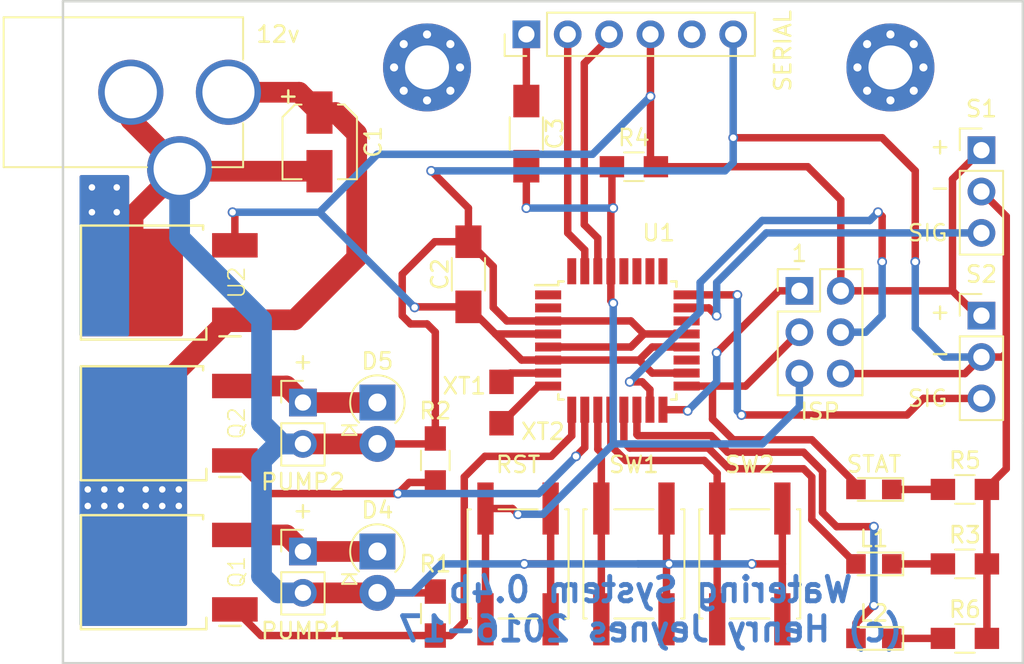
<source format=kicad_pcb>
(kicad_pcb (version 4) (host pcbnew 4.0.6-e0-6349~53~ubuntu16.04.1)

  (general
    (links 89)
    (no_connects 0)
    (area 120.828999 82.220999 179.907001 123.011001)
    (thickness 1.6)
    (drawings 16)
    (tracks 268)
    (zones 0)
    (modules 48)
    (nets 36)
  )

  (page A4)
  (layers
    (0 F.Cu signal)
    (31 B.Cu signal)
    (32 B.Adhes user)
    (33 F.Adhes user)
    (34 B.Paste user)
    (35 F.Paste user)
    (36 B.SilkS user)
    (37 F.SilkS user)
    (38 B.Mask user)
    (39 F.Mask user)
    (40 Dwgs.User user)
    (41 Cmts.User user)
    (42 Eco1.User user)
    (43 Eco2.User user)
    (44 Edge.Cuts user)
    (45 Margin user)
    (46 B.CrtYd user)
    (47 F.CrtYd user)
    (48 B.Fab user)
    (49 F.Fab user)
  )

  (setup
    (last_trace_width 0.4572)
    (user_trace_width 0.4572)
    (user_trace_width 0.6096)
    (user_trace_width 1.27)
    (trace_clearance 0.2)
    (zone_clearance 0)
    (zone_45_only no)
    (trace_min 0.2)
    (segment_width 0.2)
    (edge_width 0.15)
    (via_size 0.6)
    (via_drill 0.4)
    (via_min_size 0.4)
    (via_min_drill 0.3)
    (uvia_size 0.3)
    (uvia_drill 0.1)
    (uvias_allowed no)
    (uvia_min_size 0.2)
    (uvia_min_drill 0.1)
    (pcb_text_width 0.3)
    (pcb_text_size 1.5 1.5)
    (mod_edge_width 0.15)
    (mod_text_size 1 1)
    (mod_text_width 0.15)
    (pad_size 3.2 1)
    (pad_drill 0)
    (pad_to_mask_clearance 0.2)
    (aux_axis_origin 0 0)
    (visible_elements FFFFFF7F)
    (pcbplotparams
      (layerselection 0x00030_80000001)
      (usegerberextensions false)
      (excludeedgelayer true)
      (linewidth 0.100000)
      (plotframeref false)
      (viasonmask false)
      (mode 1)
      (useauxorigin false)
      (hpglpennumber 1)
      (hpglpenspeed 20)
      (hpglpendiameter 15)
      (hpglpenoverlay 2)
      (psnegative false)
      (psa4output false)
      (plotreference true)
      (plotvalue true)
      (plotinvisibletext false)
      (padsonsilk false)
      (subtractmaskfromsilk false)
      (outputformat 1)
      (mirror false)
      (drillshape 1)
      (scaleselection 1)
      (outputdirectory ""))
  )

  (net 0 "")
  (net 1 +12V)
  (net 2 GND)
  (net 3 +5V)
  (net 4 "Net-(C3-Pad1)")
  (net 5 /RST)
  (net 6 "Net-(D1-Pad1)")
  (net 7 /STAT)
  (net 8 "Net-(D2-Pad1)")
  (net 9 /L1)
  (net 10 "Net-(D3-Pad1)")
  (net 11 /L2)
  (net 12 "Net-(D4-Pad1)")
  (net 13 "Net-(D5-Pad1)")
  (net 14 /MISO)
  (net 15 /MOSI)
  (net 16 /RX)
  (net 17 /TX)
  (net 18 "Net-(J4-Pad5)")
  (net 19 /S1)
  (net 20 /S2)
  (net 21 /P1)
  (net 22 /P2)
  (net 23 /SW1)
  (net 24 /SW2)
  (net 25 "Net-(TP1-Pad1)")
  (net 26 "Net-(TP2-Pad1)")
  (net 27 "Net-(U1-Pad1)")
  (net 28 "Net-(U1-Pad2)")
  (net 29 "Net-(U1-Pad19)")
  (net 30 "Net-(U1-Pad22)")
  (net 31 "Net-(U1-Pad25)")
  (net 32 "Net-(U1-Pad26)")
  (net 33 "Net-(U1-Pad27)")
  (net 34 "Net-(U1-Pad28)")
  (net 35 "Net-(U1-Pad32)")

  (net_class Default "This is the default net class."
    (clearance 0.2)
    (trace_width 0.25)
    (via_dia 0.6)
    (via_drill 0.4)
    (uvia_dia 0.3)
    (uvia_drill 0.1)
    (add_net +12V)
    (add_net +5V)
    (add_net /L1)
    (add_net /L2)
    (add_net /MISO)
    (add_net /MOSI)
    (add_net /P1)
    (add_net /P2)
    (add_net /RST)
    (add_net /RX)
    (add_net /S1)
    (add_net /S2)
    (add_net /STAT)
    (add_net /SW1)
    (add_net /SW2)
    (add_net /TX)
    (add_net GND)
    (add_net "Net-(C3-Pad1)")
    (add_net "Net-(D1-Pad1)")
    (add_net "Net-(D2-Pad1)")
    (add_net "Net-(D3-Pad1)")
    (add_net "Net-(D4-Pad1)")
    (add_net "Net-(D5-Pad1)")
    (add_net "Net-(J4-Pad5)")
    (add_net "Net-(TP1-Pad1)")
    (add_net "Net-(TP2-Pad1)")
    (add_net "Net-(U1-Pad1)")
    (add_net "Net-(U1-Pad19)")
    (add_net "Net-(U1-Pad2)")
    (add_net "Net-(U1-Pad22)")
    (add_net "Net-(U1-Pad25)")
    (add_net "Net-(U1-Pad26)")
    (add_net "Net-(U1-Pad27)")
    (add_net "Net-(U1-Pad28)")
    (add_net "Net-(U1-Pad32)")
  )

  (module vias:0.6-0.4 (layer F.Cu) (tedit 591A2180) (tstamp 591A2114)
    (at 123.444 112.268)
    (fp_text reference "" (at 0 0.5) (layer F.SilkS)
      (effects (font (size 1 1) (thickness 0.15)))
    )
    (fp_text value "" (at 0 -0.5) (layer F.Fab)
      (effects (font (size 1 1) (thickness 0.15)))
    )
    (pad 1 thru_hole circle (at 0 0) (size 0.6 0.6) (drill 0.4) (layers *.Cu *.Mask)
      (net 1 +12V) (zone_connect 2))
  )

  (module vias:0.6-0.4 (layer F.Cu) (tedit 591A2186) (tstamp 591A210B)
    (at 123.444 113.284)
    (fp_text reference "" (at 0 0.5) (layer F.SilkS)
      (effects (font (size 1 1) (thickness 0.15)))
    )
    (fp_text value "" (at 0 -0.5) (layer F.Fab)
      (effects (font (size 1 1) (thickness 0.15)))
    )
    (pad 1 thru_hole circle (at 0 0) (size 0.6 0.6) (drill 0.4) (layers *.Cu *.Mask)
      (net 1 +12V) (zone_connect 2))
  )

  (module Capacitors_SMD:CP_Elec_4x4.5 (layer F.Cu) (tedit 591A4B55) (tstamp 5912199A)
    (at 136.652 90.932 270)
    (descr "SMT capacitor, aluminium electrolytic, 4x4.5")
    (path /58F945CA)
    (attr smd)
    (fp_text reference C1 (at 0 -3.302 450) (layer F.SilkS)
      (effects (font (size 1 1) (thickness 0.15)))
    )
    (fp_text value 4.7uF (at 0 -3.45 270) (layer F.Fab) hide
      (effects (font (size 1 1) (thickness 0.15)))
    )
    (fp_circle (center 0 0) (end 0.1 2.1) (layer F.Fab) (width 0.1))
    (fp_text user + (at -1.24 -0.08 270) (layer F.Fab)
      (effects (font (size 1 1) (thickness 0.15)))
    )
    (fp_text user + (at -2.78 1.99 450) (layer F.SilkS)
      (effects (font (size 1 1) (thickness 0.15)))
    )
    (fp_text user %R (at 0 -3.302 270) (layer F.Fab) hide
      (effects (font (size 1 1) (thickness 0.15)))
    )
    (fp_line (start 2.13 2.12) (end 2.13 -2.15) (layer F.Fab) (width 0.1))
    (fp_line (start -1.46 2.12) (end 2.13 2.12) (layer F.Fab) (width 0.1))
    (fp_line (start -2.13 1.45) (end -1.46 2.12) (layer F.Fab) (width 0.1))
    (fp_line (start -2.13 -1.47) (end -2.13 1.45) (layer F.Fab) (width 0.1))
    (fp_line (start -1.46 -2.15) (end -2.13 -1.47) (layer F.Fab) (width 0.1))
    (fp_line (start 2.13 -2.15) (end -1.46 -2.15) (layer F.Fab) (width 0.1))
    (fp_line (start 2.29 -2.3) (end 2.29 -1.13) (layer F.SilkS) (width 0.12))
    (fp_line (start 2.29 2.27) (end 2.29 1.1) (layer F.SilkS) (width 0.12))
    (fp_line (start -2.29 1.51) (end -2.29 1.1) (layer F.SilkS) (width 0.12))
    (fp_line (start -2.29 -1.54) (end -2.29 -1.13) (layer F.SilkS) (width 0.12))
    (fp_line (start -1.52 -2.3) (end 2.29 -2.3) (layer F.SilkS) (width 0.12))
    (fp_line (start -1.52 -2.3) (end -2.29 -1.54) (layer F.SilkS) (width 0.12))
    (fp_line (start -1.52 2.27) (end 2.29 2.27) (layer F.SilkS) (width 0.12))
    (fp_line (start -1.52 2.27) (end -2.29 1.51) (layer F.SilkS) (width 0.12))
    (fp_line (start -3.35 -2.4) (end 3.35 -2.4) (layer F.CrtYd) (width 0.05))
    (fp_line (start -3.35 -2.4) (end -3.35 2.37) (layer F.CrtYd) (width 0.05))
    (fp_line (start 3.35 2.37) (end 3.35 -2.4) (layer F.CrtYd) (width 0.05))
    (fp_line (start 3.35 2.37) (end -3.35 2.37) (layer F.CrtYd) (width 0.05))
    (pad 1 smd rect (at -1.8 0 90) (size 2.6 1.6) (layers F.Cu F.Paste F.Mask)
      (net 1 +12V))
    (pad 2 smd rect (at 1.8 0 90) (size 2.6 1.6) (layers F.Cu F.Paste F.Mask)
      (net 2 GND))
    (model Capacitors_SMD.3dshapes/CP_Elec_4x4.5.wrl
      (at (xyz 0 0 0))
      (scale (xyz 1 1 1))
      (rotate (xyz 0 0 180))
    )
  )

  (module Capacitors_SMD:C_1206_HandSoldering (layer F.Cu) (tedit 591A4B28) (tstamp 591219A0)
    (at 145.796 99.06 90)
    (descr "Capacitor SMD 1206, hand soldering")
    (tags "capacitor 1206")
    (path /58F93728)
    (attr smd)
    (fp_text reference C2 (at 0 -1.75 90) (layer F.SilkS) hide
      (effects (font (size 1 1) (thickness 0.15)))
    )
    (fp_text value 100nF (at 0 2 90) (layer F.Fab) hide
      (effects (font (size 1 1) (thickness 0.15)))
    )
    (fp_text user %R (at 0 -1.75 90) (layer F.SilkS)
      (effects (font (size 1 1) (thickness 0.15)))
    )
    (fp_line (start -1.6 0.8) (end -1.6 -0.8) (layer F.Fab) (width 0.1))
    (fp_line (start 1.6 0.8) (end -1.6 0.8) (layer F.Fab) (width 0.1))
    (fp_line (start 1.6 -0.8) (end 1.6 0.8) (layer F.Fab) (width 0.1))
    (fp_line (start -1.6 -0.8) (end 1.6 -0.8) (layer F.Fab) (width 0.1))
    (fp_line (start 1 -1.02) (end -1 -1.02) (layer F.SilkS) (width 0.12))
    (fp_line (start -1 1.02) (end 1 1.02) (layer F.SilkS) (width 0.12))
    (fp_line (start -3.25 -1.05) (end 3.25 -1.05) (layer F.CrtYd) (width 0.05))
    (fp_line (start -3.25 -1.05) (end -3.25 1.05) (layer F.CrtYd) (width 0.05))
    (fp_line (start 3.25 1.05) (end 3.25 -1.05) (layer F.CrtYd) (width 0.05))
    (fp_line (start 3.25 1.05) (end -3.25 1.05) (layer F.CrtYd) (width 0.05))
    (pad 1 smd rect (at -2 0 90) (size 2 1.6) (layers F.Cu F.Paste F.Mask)
      (net 3 +5V))
    (pad 2 smd rect (at 2 0 90) (size 2 1.6) (layers F.Cu F.Paste F.Mask)
      (net 2 GND))
    (model Capacitors_SMD.3dshapes/C_1206.wrl
      (at (xyz 0 0 0))
      (scale (xyz 1 1 1))
      (rotate (xyz 0 0 0))
    )
  )

  (module Capacitors_SMD:C_1206_HandSoldering (layer F.Cu) (tedit 591A4B61) (tstamp 591219A6)
    (at 149.352 90.424 270)
    (descr "Capacitor SMD 1206, hand soldering")
    (tags "capacitor 1206")
    (path /58F99FB5)
    (attr smd)
    (fp_text reference C3 (at -1.778 -4.826 270) (layer F.SilkS) hide
      (effects (font (size 1 1) (thickness 0.15)))
    )
    (fp_text value 100nF (at 0 2 270) (layer F.Fab) hide
      (effects (font (size 1 1) (thickness 0.15)))
    )
    (fp_text user %R (at 0 -1.75 270) (layer F.SilkS)
      (effects (font (size 1 1) (thickness 0.15)))
    )
    (fp_line (start -1.6 0.8) (end -1.6 -0.8) (layer F.Fab) (width 0.1))
    (fp_line (start 1.6 0.8) (end -1.6 0.8) (layer F.Fab) (width 0.1))
    (fp_line (start 1.6 -0.8) (end 1.6 0.8) (layer F.Fab) (width 0.1))
    (fp_line (start -1.6 -0.8) (end 1.6 -0.8) (layer F.Fab) (width 0.1))
    (fp_line (start 1 -1.02) (end -1 -1.02) (layer F.SilkS) (width 0.12))
    (fp_line (start -1 1.02) (end 1 1.02) (layer F.SilkS) (width 0.12))
    (fp_line (start -3.25 -1.05) (end 3.25 -1.05) (layer F.CrtYd) (width 0.05))
    (fp_line (start -3.25 -1.05) (end -3.25 1.05) (layer F.CrtYd) (width 0.05))
    (fp_line (start 3.25 1.05) (end 3.25 -1.05) (layer F.CrtYd) (width 0.05))
    (fp_line (start 3.25 1.05) (end -3.25 1.05) (layer F.CrtYd) (width 0.05))
    (pad 1 smd rect (at -2 0 270) (size 2 1.6) (layers F.Cu F.Paste F.Mask)
      (net 4 "Net-(C3-Pad1)"))
    (pad 2 smd rect (at 2 0 270) (size 2 1.6) (layers F.Cu F.Paste F.Mask)
      (net 5 /RST))
    (model Capacitors_SMD.3dshapes/C_1206.wrl
      (at (xyz 0 0 0))
      (scale (xyz 1 1 1))
      (rotate (xyz 0 0 0))
    )
  )

  (module Pin_Headers:Pin_Header_Straight_1x02_Pitch2.54mm (layer F.Cu) (tedit 591A4ADE) (tstamp 591219CA)
    (at 135.636 116.078)
    (descr "Through hole straight pin header, 1x02, 2.54mm pitch, single row")
    (tags "Through hole pin header THT 1x02 2.54mm single row")
    (path /58F8FC6E)
    (fp_text reference J1 (at 0 -2.33) (layer F.SilkS) hide
      (effects (font (size 1 1) (thickness 0.15)))
    )
    (fp_text value PUMP1 (at 0 4.87) (layer F.SilkS)
      (effects (font (size 1 1) (thickness 0.15)))
    )
    (fp_line (start -1.27 -1.27) (end -1.27 3.81) (layer F.Fab) (width 0.1))
    (fp_line (start -1.27 3.81) (end 1.27 3.81) (layer F.Fab) (width 0.1))
    (fp_line (start 1.27 3.81) (end 1.27 -1.27) (layer F.Fab) (width 0.1))
    (fp_line (start 1.27 -1.27) (end -1.27 -1.27) (layer F.Fab) (width 0.1))
    (fp_line (start -1.33 1.27) (end -1.33 3.87) (layer F.SilkS) (width 0.12))
    (fp_line (start -1.33 3.87) (end 1.33 3.87) (layer F.SilkS) (width 0.12))
    (fp_line (start 1.33 3.87) (end 1.33 1.27) (layer F.SilkS) (width 0.12))
    (fp_line (start 1.33 1.27) (end -1.33 1.27) (layer F.SilkS) (width 0.12))
    (fp_line (start -1.33 0) (end -1.33 -1.33) (layer F.SilkS) (width 0.12))
    (fp_line (start -1.33 -1.33) (end 0 -1.33) (layer F.SilkS) (width 0.12))
    (fp_line (start -1.8 -1.8) (end -1.8 4.35) (layer F.CrtYd) (width 0.05))
    (fp_line (start -1.8 4.35) (end 1.8 4.35) (layer F.CrtYd) (width 0.05))
    (fp_line (start 1.8 4.35) (end 1.8 -1.8) (layer F.CrtYd) (width 0.05))
    (fp_line (start 1.8 -1.8) (end -1.8 -1.8) (layer F.CrtYd) (width 0.05))
    (fp_text user %R (at 0 -2.33) (layer F.Fab) hide
      (effects (font (size 1 1) (thickness 0.15)))
    )
    (pad 1 thru_hole rect (at 0 0) (size 1.7 1.7) (drill 1) (layers *.Cu *.Mask)
      (net 12 "Net-(D4-Pad1)"))
    (pad 2 thru_hole oval (at 0 2.54) (size 1.7 1.7) (drill 1) (layers *.Cu *.Mask)
      (net 2 GND))
    (model ${KISYS3DMOD}/Pin_Headers.3dshapes/Pin_Header_Straight_1x02_Pitch2.54mm.wrl
      (at (xyz 0 -0.05 0))
      (scale (xyz 1 1 1))
      (rotate (xyz 0 0 90))
    )
  )

  (module Pin_Headers:Pin_Header_Straight_1x02_Pitch2.54mm (layer F.Cu) (tedit 591A4AF4) (tstamp 591219D0)
    (at 135.636 106.934)
    (descr "Through hole straight pin header, 1x02, 2.54mm pitch, single row")
    (tags "Through hole pin header THT 1x02 2.54mm single row")
    (path /58F8FA9F)
    (fp_text reference J2 (at 0 -2.33) (layer F.SilkS) hide
      (effects (font (size 1 1) (thickness 0.15)))
    )
    (fp_text value PUMP2 (at 0 4.87) (layer F.SilkS)
      (effects (font (size 1 1) (thickness 0.15)))
    )
    (fp_line (start -1.27 -1.27) (end -1.27 3.81) (layer F.Fab) (width 0.1))
    (fp_line (start -1.27 3.81) (end 1.27 3.81) (layer F.Fab) (width 0.1))
    (fp_line (start 1.27 3.81) (end 1.27 -1.27) (layer F.Fab) (width 0.1))
    (fp_line (start 1.27 -1.27) (end -1.27 -1.27) (layer F.Fab) (width 0.1))
    (fp_line (start -1.33 1.27) (end -1.33 3.87) (layer F.SilkS) (width 0.12))
    (fp_line (start -1.33 3.87) (end 1.33 3.87) (layer F.SilkS) (width 0.12))
    (fp_line (start 1.33 3.87) (end 1.33 1.27) (layer F.SilkS) (width 0.12))
    (fp_line (start 1.33 1.27) (end -1.33 1.27) (layer F.SilkS) (width 0.12))
    (fp_line (start -1.33 0) (end -1.33 -1.33) (layer F.SilkS) (width 0.12))
    (fp_line (start -1.33 -1.33) (end 0 -1.33) (layer F.SilkS) (width 0.12))
    (fp_line (start -1.8 -1.8) (end -1.8 4.35) (layer F.CrtYd) (width 0.05))
    (fp_line (start -1.8 4.35) (end 1.8 4.35) (layer F.CrtYd) (width 0.05))
    (fp_line (start 1.8 4.35) (end 1.8 -1.8) (layer F.CrtYd) (width 0.05))
    (fp_line (start 1.8 -1.8) (end -1.8 -1.8) (layer F.CrtYd) (width 0.05))
    (fp_text user %R (at 0 -2.33) (layer F.Fab) hide
      (effects (font (size 1 1) (thickness 0.15)))
    )
    (pad 1 thru_hole rect (at 0 0) (size 1.7 1.7) (drill 1) (layers *.Cu *.Mask)
      (net 13 "Net-(D5-Pad1)"))
    (pad 2 thru_hole oval (at 0 2.54) (size 1.7 1.7) (drill 1) (layers *.Cu *.Mask)
      (net 2 GND))
    (model ${KISYS3DMOD}/Pin_Headers.3dshapes/Pin_Header_Straight_1x02_Pitch2.54mm.wrl
      (at (xyz 0 -0.05 0))
      (scale (xyz 1 1 1))
      (rotate (xyz 0 0 90))
    )
  )

  (module Pin_Headers:Pin_Header_Straight_2x03_Pitch2.54mm (layer F.Cu) (tedit 591A4B95) (tstamp 591219DA)
    (at 166.116 100.076)
    (descr "Through hole straight pin header, 2x03, 2.54mm pitch, double rows")
    (tags "Through hole pin header THT 2x03 2.54mm double row")
    (path /58F96170)
    (fp_text reference J3 (at 1.27 -2.33) (layer F.SilkS) hide
      (effects (font (size 1 1) (thickness 0.15)))
    )
    (fp_text value ISP (at 1.27 7.41) (layer F.SilkS)
      (effects (font (size 1 1) (thickness 0.15)))
    )
    (fp_line (start -1.27 -1.27) (end -1.27 6.35) (layer F.Fab) (width 0.1))
    (fp_line (start -1.27 6.35) (end 3.81 6.35) (layer F.Fab) (width 0.1))
    (fp_line (start 3.81 6.35) (end 3.81 -1.27) (layer F.Fab) (width 0.1))
    (fp_line (start 3.81 -1.27) (end -1.27 -1.27) (layer F.Fab) (width 0.1))
    (fp_line (start -1.33 1.27) (end -1.33 6.41) (layer F.SilkS) (width 0.12))
    (fp_line (start -1.33 6.41) (end 3.87 6.41) (layer F.SilkS) (width 0.12))
    (fp_line (start 3.87 6.41) (end 3.87 -1.33) (layer F.SilkS) (width 0.12))
    (fp_line (start 3.87 -1.33) (end 1.27 -1.33) (layer F.SilkS) (width 0.12))
    (fp_line (start 1.27 -1.33) (end 1.27 1.27) (layer F.SilkS) (width 0.12))
    (fp_line (start 1.27 1.27) (end -1.33 1.27) (layer F.SilkS) (width 0.12))
    (fp_line (start -1.33 0) (end -1.33 -1.33) (layer F.SilkS) (width 0.12))
    (fp_line (start -1.33 -1.33) (end 0 -1.33) (layer F.SilkS) (width 0.12))
    (fp_line (start -1.8 -1.8) (end -1.8 6.85) (layer F.CrtYd) (width 0.05))
    (fp_line (start -1.8 6.85) (end 4.35 6.85) (layer F.CrtYd) (width 0.05))
    (fp_line (start 4.35 6.85) (end 4.35 -1.8) (layer F.CrtYd) (width 0.05))
    (fp_line (start 4.35 -1.8) (end -1.8 -1.8) (layer F.CrtYd) (width 0.05))
    (fp_text user %R (at 1.27 -2.33) (layer F.Fab) hide
      (effects (font (size 1 1) (thickness 0.15)))
    )
    (pad 1 thru_hole rect (at 0 0) (size 1.7 1.7) (drill 1) (layers *.Cu *.Mask)
      (net 14 /MISO))
    (pad 2 thru_hole oval (at 2.54 0) (size 1.7 1.7) (drill 1) (layers *.Cu *.Mask)
      (net 3 +5V))
    (pad 3 thru_hole oval (at 0 2.54) (size 1.7 1.7) (drill 1) (layers *.Cu *.Mask)
      (net 7 /STAT))
    (pad 4 thru_hole oval (at 2.54 2.54) (size 1.7 1.7) (drill 1) (layers *.Cu *.Mask)
      (net 15 /MOSI))
    (pad 5 thru_hole oval (at 0 5.08) (size 1.7 1.7) (drill 1) (layers *.Cu *.Mask)
      (net 5 /RST))
    (pad 6 thru_hole oval (at 2.54 5.08) (size 1.7 1.7) (drill 1) (layers *.Cu *.Mask)
      (net 2 GND))
    (model ${KISYS3DMOD}/Pin_Headers.3dshapes/Pin_Header_Straight_2x03_Pitch2.54mm.wrl
      (at (xyz 0.05 -0.1 0))
      (scale (xyz 1 1 1))
      (rotate (xyz 0 0 90))
    )
  )

  (module Pin_Headers:Pin_Header_Straight_1x06_Pitch2.54mm (layer F.Cu) (tedit 591A4B70) (tstamp 591219E4)
    (at 149.352 84.328 90)
    (descr "Through hole straight pin header, 1x06, 2.54mm pitch, single row")
    (tags "Through hole pin header THT 1x06 2.54mm single row")
    (path /58F991F5)
    (fp_text reference J4 (at 0 -2.33 90) (layer F.SilkS) hide
      (effects (font (size 1 1) (thickness 0.15)))
    )
    (fp_text value SERIAL (at -1.016 15.748 90) (layer F.SilkS)
      (effects (font (size 1 1) (thickness 0.15)))
    )
    (fp_line (start -1.27 -1.27) (end -1.27 13.97) (layer F.Fab) (width 0.1))
    (fp_line (start -1.27 13.97) (end 1.27 13.97) (layer F.Fab) (width 0.1))
    (fp_line (start 1.27 13.97) (end 1.27 -1.27) (layer F.Fab) (width 0.1))
    (fp_line (start 1.27 -1.27) (end -1.27 -1.27) (layer F.Fab) (width 0.1))
    (fp_line (start -1.33 1.27) (end -1.33 14.03) (layer F.SilkS) (width 0.12))
    (fp_line (start -1.33 14.03) (end 1.33 14.03) (layer F.SilkS) (width 0.12))
    (fp_line (start 1.33 14.03) (end 1.33 1.27) (layer F.SilkS) (width 0.12))
    (fp_line (start 1.33 1.27) (end -1.33 1.27) (layer F.SilkS) (width 0.12))
    (fp_line (start -1.33 0) (end -1.33 -1.33) (layer F.SilkS) (width 0.12))
    (fp_line (start -1.33 -1.33) (end 0 -1.33) (layer F.SilkS) (width 0.12))
    (fp_line (start -1.8 -1.8) (end -1.8 14.5) (layer F.CrtYd) (width 0.05))
    (fp_line (start -1.8 14.5) (end 1.8 14.5) (layer F.CrtYd) (width 0.05))
    (fp_line (start 1.8 14.5) (end 1.8 -1.8) (layer F.CrtYd) (width 0.05))
    (fp_line (start 1.8 -1.8) (end -1.8 -1.8) (layer F.CrtYd) (width 0.05))
    (fp_text user %R (at 0 -2.33 90) (layer F.Fab) hide
      (effects (font (size 1 1) (thickness 0.15)))
    )
    (pad 1 thru_hole rect (at 0 0 90) (size 1.7 1.7) (drill 1) (layers *.Cu *.Mask)
      (net 4 "Net-(C3-Pad1)"))
    (pad 2 thru_hole oval (at 0 2.54 90) (size 1.7 1.7) (drill 1) (layers *.Cu *.Mask)
      (net 16 /RX))
    (pad 3 thru_hole oval (at 0 5.08 90) (size 1.7 1.7) (drill 1) (layers *.Cu *.Mask)
      (net 17 /TX))
    (pad 4 thru_hole oval (at 0 7.62 90) (size 1.7 1.7) (drill 1) (layers *.Cu *.Mask)
      (net 3 +5V))
    (pad 5 thru_hole oval (at 0 10.16 90) (size 1.7 1.7) (drill 1) (layers *.Cu *.Mask)
      (net 18 "Net-(J4-Pad5)"))
    (pad 6 thru_hole oval (at 0 12.7 90) (size 1.7 1.7) (drill 1) (layers *.Cu *.Mask)
      (net 2 GND))
    (model ${KISYS3DMOD}/Pin_Headers.3dshapes/Pin_Header_Straight_1x06_Pitch2.54mm.wrl
      (at (xyz 0 -0.25 0))
      (scale (xyz 1 1 1))
      (rotate (xyz 0 0 90))
    )
  )

  (module Pin_Headers:Pin_Header_Straight_1x03_Pitch2.54mm (layer F.Cu) (tedit 593DBD2C) (tstamp 591219EB)
    (at 177.292 91.44)
    (descr "Through hole straight pin header, 1x03, 2.54mm pitch, single row")
    (tags "Through hole pin header THT 1x03 2.54mm single row")
    (path /58F9AEAB)
    (fp_text reference J5 (at 0 -2.33) (layer F.SilkS) hide
      (effects (font (size 1 1) (thickness 0.15)))
    )
    (fp_text value S1 (at 0 -2.54) (layer F.SilkS)
      (effects (font (size 1 1) (thickness 0.15)))
    )
    (fp_line (start -1.27 -1.27) (end -1.27 6.35) (layer F.Fab) (width 0.1))
    (fp_line (start -1.27 6.35) (end 1.27 6.35) (layer F.Fab) (width 0.1))
    (fp_line (start 1.27 6.35) (end 1.27 -1.27) (layer F.Fab) (width 0.1))
    (fp_line (start 1.27 -1.27) (end -1.27 -1.27) (layer F.Fab) (width 0.1))
    (fp_line (start -1.33 1.27) (end -1.33 6.41) (layer F.SilkS) (width 0.12))
    (fp_line (start -1.33 6.41) (end 1.33 6.41) (layer F.SilkS) (width 0.12))
    (fp_line (start 1.33 6.41) (end 1.33 1.27) (layer F.SilkS) (width 0.12))
    (fp_line (start 1.33 1.27) (end -1.33 1.27) (layer F.SilkS) (width 0.12))
    (fp_line (start -1.33 0) (end -1.33 -1.33) (layer F.SilkS) (width 0.12))
    (fp_line (start -1.33 -1.33) (end 0 -1.33) (layer F.SilkS) (width 0.12))
    (fp_line (start -1.8 -1.8) (end -1.8 6.85) (layer F.CrtYd) (width 0.05))
    (fp_line (start -1.8 6.85) (end 1.8 6.85) (layer F.CrtYd) (width 0.05))
    (fp_line (start 1.8 6.85) (end 1.8 -1.8) (layer F.CrtYd) (width 0.05))
    (fp_line (start 1.8 -1.8) (end -1.8 -1.8) (layer F.CrtYd) (width 0.05))
    (fp_text user %R (at 0 -2.33) (layer F.Fab) hide
      (effects (font (size 1 1) (thickness 0.15)))
    )
    (pad 1 thru_hole rect (at 0 0) (size 1.7 1.7) (drill 1) (layers *.Cu *.Mask)
      (net 3 +5V))
    (pad 2 thru_hole oval (at 0 2.54) (size 1.7 1.7) (drill 1) (layers *.Cu *.Mask)
      (net 2 GND))
    (pad 3 thru_hole oval (at 0 5.08) (size 1.7 1.7) (drill 1) (layers *.Cu *.Mask)
      (net 19 /S1))
    (model ${KISYS3DMOD}/Pin_Headers.3dshapes/Pin_Header_Straight_1x03_Pitch2.54mm.wrl
      (at (xyz 0 -0.1 0))
      (scale (xyz 1 1 1))
      (rotate (xyz 0 0 90))
    )
  )

  (module Pin_Headers:Pin_Header_Straight_1x03_Pitch2.54mm (layer F.Cu) (tedit 593DBCF3) (tstamp 591219F2)
    (at 177.292 101.6)
    (descr "Through hole straight pin header, 1x03, 2.54mm pitch, single row")
    (tags "Through hole pin header THT 1x03 2.54mm single row")
    (path /58F9B01B)
    (fp_text reference J6 (at 0 -2.33) (layer F.SilkS) hide
      (effects (font (size 1 1) (thickness 0.15)))
    )
    (fp_text value S2 (at 0 -2.54) (layer F.SilkS)
      (effects (font (size 1 1) (thickness 0.15)))
    )
    (fp_line (start -1.27 -1.27) (end -1.27 6.35) (layer F.Fab) (width 0.1))
    (fp_line (start -1.27 6.35) (end 1.27 6.35) (layer F.Fab) (width 0.1))
    (fp_line (start 1.27 6.35) (end 1.27 -1.27) (layer F.Fab) (width 0.1))
    (fp_line (start 1.27 -1.27) (end -1.27 -1.27) (layer F.Fab) (width 0.1))
    (fp_line (start -1.33 1.27) (end -1.33 6.41) (layer F.SilkS) (width 0.12))
    (fp_line (start -1.33 6.41) (end 1.33 6.41) (layer F.SilkS) (width 0.12))
    (fp_line (start 1.33 6.41) (end 1.33 1.27) (layer F.SilkS) (width 0.12))
    (fp_line (start 1.33 1.27) (end -1.33 1.27) (layer F.SilkS) (width 0.12))
    (fp_line (start -1.33 0) (end -1.33 -1.33) (layer F.SilkS) (width 0.12))
    (fp_line (start -1.33 -1.33) (end 0 -1.33) (layer F.SilkS) (width 0.12))
    (fp_line (start -1.8 -1.8) (end -1.8 6.85) (layer F.CrtYd) (width 0.05))
    (fp_line (start -1.8 6.85) (end 1.8 6.85) (layer F.CrtYd) (width 0.05))
    (fp_line (start 1.8 6.85) (end 1.8 -1.8) (layer F.CrtYd) (width 0.05))
    (fp_line (start 1.8 -1.8) (end -1.8 -1.8) (layer F.CrtYd) (width 0.05))
    (fp_text user %R (at 0 -2.33) (layer F.Fab) hide
      (effects (font (size 1 1) (thickness 0.15)))
    )
    (pad 1 thru_hole rect (at 0 0) (size 1.7 1.7) (drill 1) (layers *.Cu *.Mask)
      (net 3 +5V))
    (pad 2 thru_hole oval (at 0 2.54) (size 1.7 1.7) (drill 1) (layers *.Cu *.Mask)
      (net 2 GND))
    (pad 3 thru_hole oval (at 0 5.08) (size 1.7 1.7) (drill 1) (layers *.Cu *.Mask)
      (net 20 /S2))
    (model ${KISYS3DMOD}/Pin_Headers.3dshapes/Pin_Header_Straight_1x03_Pitch2.54mm.wrl
      (at (xyz 0 -0.1 0))
      (scale (xyz 1 1 1))
      (rotate (xyz 0 0 90))
    )
  )

  (module kicad:TO-252 (layer F.Cu) (tedit 591A4C7D) (tstamp 59121A00)
    (at 127.508 117.348 90)
    (descr DPAK-3)
    (tags DPAK-3)
    (path /58F8F87D)
    (solder_mask_margin 0.05)
    (attr smd)
    (fp_text reference Q1 (at -4 -7.5 90) (layer F.SilkS) hide
      (effects (font (size 1 1) (thickness 0.15)))
    )
    (fp_text value FDD6630A (at 0 1.25 90) (layer F.Fab) hide
      (effects (font (size 0.4 0.4) (thickness 0.1)))
    )
    (fp_line (start -2.7 -5) (end -2.7 -4.2) (layer F.Fab) (width 0.15))
    (fp_line (start 2.7 -5) (end 2.7 -4.2) (layer F.Fab) (width 0.15))
    (fp_line (start -3.5 2.2) (end -2.8 2.2) (layer F.SilkS) (width 0.15))
    (fp_line (start 3.5 2) (end 3.25 2) (layer F.SilkS) (width 0.15))
    (fp_line (start -3.5 -5.5) (end 3.5 -5.5) (layer F.SilkS) (width 0.15))
    (fp_line (start 0.3 3) (end 0.3 2) (layer F.Fab) (width 0.15))
    (fp_line (start -0.25 3) (end 0.25 3) (layer F.Fab) (width 0.15))
    (fp_line (start -0.3 2) (end -0.3 3) (layer F.Fab) (width 0.15))
    (fp_line (start 2.6 5) (end 2.6 2) (layer F.Fab) (width 0.15))
    (fp_line (start 2 5) (end 2.6 5) (layer F.Fab) (width 0.15))
    (fp_line (start 2 2) (end 2 5) (layer F.Fab) (width 0.15))
    (fp_line (start -2 2) (end -2 5) (layer F.Fab) (width 0.15))
    (fp_line (start -2.6 5) (end -2 5) (layer F.Fab) (width 0.15))
    (fp_line (start -2.6 2) (end -2.6 5) (layer F.Fab) (width 0.15))
    (fp_line (start -2.7 -5) (end 2.7 -5) (layer F.Fab) (width 0.15))
    (fp_line (start 3.5 -5.4) (end 3.5 5.3) (layer F.CrtYd) (width 0.05))
    (fp_line (start -3.5 -5.4) (end -3.5 5.3) (layer F.CrtYd) (width 0.05))
    (fp_line (start -3.5 5.3) (end 3.5 5.3) (layer F.CrtYd) (width 0.05))
    (fp_line (start -3.5 -5.4) (end 3.5 -5.4) (layer F.CrtYd) (width 0.05))
    (fp_line (start 3.5 -5.5) (end 3.5 2) (layer F.SilkS) (width 0.15))
    (fp_line (start -3.5 -5.5) (end -3.5 2.2) (layer F.SilkS) (width 0.15))
    (fp_line (start -3.3 3) (end -3.3 4.3) (layer F.SilkS) (width 0.15))
    (fp_text user %R (at 0 4.064 90) (layer F.SilkS)
      (effects (font (size 1 1) (thickness 0.1)))
    )
    (fp_line (start 3.25 -4.2) (end -3.25 -4.2) (layer F.Fab) (width 0.15))
    (fp_line (start -3.25 -4.2) (end -3.25 2) (layer F.Fab) (width 0.15))
    (fp_line (start -3.25 2) (end 3.25 2) (layer F.Fab) (width 0.15))
    (fp_line (start 3.25 2) (end 3.25 -4.2) (layer F.Fab) (width 0.15))
    (pad 1 smd rect (at -2.286 3.95 90) (size 1.5 2.8) (layers F.Cu F.Paste F.Mask)
      (net 21 /P1))
    (pad 2 smd rect (at 0 -2.3 90) (size 6.3 6.1) (layers F.Cu F.Paste F.Mask)
      (net 1 +12V))
    (pad 3 smd rect (at 2.286 3.95 90) (size 1.5 2.8) (layers F.Cu F.Paste F.Mask)
      (net 12 "Net-(D4-Pad1)"))
    (model TO_SOT_Packages_SMD.3dshapes/TO-252-2Lead.wrl
      (at (xyz 0 -0.15 0))
      (scale (xyz 1 1 1))
      (rotate (xyz 0 0 0))
    )
  )

  (module kicad:TO-252 (layer F.Cu) (tedit 591A4C69) (tstamp 59121A07)
    (at 127.508 108.204 90)
    (descr DPAK-3)
    (tags DPAK-3)
    (path /58F8F89A)
    (solder_mask_margin 0.05)
    (attr smd)
    (fp_text reference Q2 (at -4 -7.5 90) (layer F.SilkS) hide
      (effects (font (size 1 1) (thickness 0.15)))
    )
    (fp_text value FDD6630A (at 0 1.25 90) (layer F.Fab) hide
      (effects (font (size 0.4 0.4) (thickness 0.1)))
    )
    (fp_line (start -2.7 -5) (end -2.7 -4.2) (layer F.Fab) (width 0.15))
    (fp_line (start 2.7 -5) (end 2.7 -4.2) (layer F.Fab) (width 0.15))
    (fp_line (start -3.5 2.2) (end -2.8 2.2) (layer F.SilkS) (width 0.15))
    (fp_line (start 3.5 2) (end 3.25 2) (layer F.SilkS) (width 0.15))
    (fp_line (start -3.5 -5.5) (end 3.5 -5.5) (layer F.SilkS) (width 0.15))
    (fp_line (start 0.3 3) (end 0.3 2) (layer F.Fab) (width 0.15))
    (fp_line (start -0.25 3) (end 0.25 3) (layer F.Fab) (width 0.15))
    (fp_line (start -0.3 2) (end -0.3 3) (layer F.Fab) (width 0.15))
    (fp_line (start 2.6 5) (end 2.6 2) (layer F.Fab) (width 0.15))
    (fp_line (start 2 5) (end 2.6 5) (layer F.Fab) (width 0.15))
    (fp_line (start 2 2) (end 2 5) (layer F.Fab) (width 0.15))
    (fp_line (start -2 2) (end -2 5) (layer F.Fab) (width 0.15))
    (fp_line (start -2.6 5) (end -2 5) (layer F.Fab) (width 0.15))
    (fp_line (start -2.6 2) (end -2.6 5) (layer F.Fab) (width 0.15))
    (fp_line (start -2.7 -5) (end 2.7 -5) (layer F.Fab) (width 0.15))
    (fp_line (start 3.5 -5.4) (end 3.5 5.3) (layer F.CrtYd) (width 0.05))
    (fp_line (start -3.5 -5.4) (end -3.5 5.3) (layer F.CrtYd) (width 0.05))
    (fp_line (start -3.5 5.3) (end 3.5 5.3) (layer F.CrtYd) (width 0.05))
    (fp_line (start -3.5 -5.4) (end 3.5 -5.4) (layer F.CrtYd) (width 0.05))
    (fp_line (start 3.5 -5.5) (end 3.5 2) (layer F.SilkS) (width 0.15))
    (fp_line (start -3.5 -5.5) (end -3.5 2.2) (layer F.SilkS) (width 0.15))
    (fp_line (start -3.3 3) (end -3.3 4.3) (layer F.SilkS) (width 0.15))
    (fp_text user %R (at 0 4.064 90) (layer F.SilkS)
      (effects (font (size 1 1) (thickness 0.1)))
    )
    (fp_line (start 3.25 -4.2) (end -3.25 -4.2) (layer F.Fab) (width 0.15))
    (fp_line (start -3.25 -4.2) (end -3.25 2) (layer F.Fab) (width 0.15))
    (fp_line (start -3.25 2) (end 3.25 2) (layer F.Fab) (width 0.15))
    (fp_line (start 3.25 2) (end 3.25 -4.2) (layer F.Fab) (width 0.15))
    (pad 1 smd rect (at -2.286 3.95 90) (size 1.5 2.8) (layers F.Cu F.Paste F.Mask)
      (net 22 /P2))
    (pad 2 smd rect (at 0 -2.3 90) (size 6.3 6.1) (layers F.Cu F.Paste F.Mask)
      (net 1 +12V))
    (pad 3 smd rect (at 2.286 3.95 90) (size 1.5 2.8) (layers F.Cu F.Paste F.Mask)
      (net 13 "Net-(D5-Pad1)"))
    (model TO_SOT_Packages_SMD.3dshapes/TO-252-2Lead.wrl
      (at (xyz 0 -0.15 0))
      (scale (xyz 1 1 1))
      (rotate (xyz 0 0 0))
    )
  )

  (module Resistors_SMD:R_0805_HandSoldering (layer F.Cu) (tedit 591A4ACC) (tstamp 59121A0D)
    (at 143.764 119.888 90)
    (descr "Resistor SMD 0805, hand soldering")
    (tags "resistor 0805")
    (path /58F9303C)
    (attr smd)
    (fp_text reference R1 (at 3.048 0 180) (layer F.SilkS)
      (effects (font (size 1 1) (thickness 0.15)))
    )
    (fp_text value 10K (at 0 1.75 90) (layer F.Fab) hide
      (effects (font (size 1 1) (thickness 0.15)))
    )
    (fp_text user %R (at 0 0 90) (layer F.Fab)
      (effects (font (size 0.5 0.5) (thickness 0.075)))
    )
    (fp_line (start -1 0.62) (end -1 -0.62) (layer F.Fab) (width 0.1))
    (fp_line (start 1 0.62) (end -1 0.62) (layer F.Fab) (width 0.1))
    (fp_line (start 1 -0.62) (end 1 0.62) (layer F.Fab) (width 0.1))
    (fp_line (start -1 -0.62) (end 1 -0.62) (layer F.Fab) (width 0.1))
    (fp_line (start 0.6 0.88) (end -0.6 0.88) (layer F.SilkS) (width 0.12))
    (fp_line (start -0.6 -0.88) (end 0.6 -0.88) (layer F.SilkS) (width 0.12))
    (fp_line (start -2.35 -0.9) (end 2.35 -0.9) (layer F.CrtYd) (width 0.05))
    (fp_line (start -2.35 -0.9) (end -2.35 0.9) (layer F.CrtYd) (width 0.05))
    (fp_line (start 2.35 0.9) (end 2.35 -0.9) (layer F.CrtYd) (width 0.05))
    (fp_line (start 2.35 0.9) (end -2.35 0.9) (layer F.CrtYd) (width 0.05))
    (pad 1 smd rect (at -1.35 0 90) (size 1.5 1.3) (layers F.Cu F.Paste F.Mask)
      (net 21 /P1))
    (pad 2 smd rect (at 1.35 0 90) (size 1.5 1.3) (layers F.Cu F.Paste F.Mask)
      (net 2 GND))
    (model ${KISYS3DMOD}/Resistors_SMD.3dshapes/R_0805.wrl
      (at (xyz 0 0 0))
      (scale (xyz 1 1 1))
      (rotate (xyz 0 0 0))
    )
  )

  (module Resistors_SMD:R_0805_HandSoldering (layer F.Cu) (tedit 591A4AC5) (tstamp 59121A13)
    (at 143.764 110.49 90)
    (descr "Resistor SMD 0805, hand soldering")
    (tags "resistor 0805")
    (path /58F92E40)
    (attr smd)
    (fp_text reference R2 (at 3.048 0 180) (layer F.SilkS)
      (effects (font (size 1 1) (thickness 0.15)))
    )
    (fp_text value 10K (at 0 1.75 90) (layer F.Fab) hide
      (effects (font (size 1 1) (thickness 0.15)))
    )
    (fp_text user %R (at 0 0 90) (layer F.Fab)
      (effects (font (size 0.5 0.5) (thickness 0.075)))
    )
    (fp_line (start -1 0.62) (end -1 -0.62) (layer F.Fab) (width 0.1))
    (fp_line (start 1 0.62) (end -1 0.62) (layer F.Fab) (width 0.1))
    (fp_line (start 1 -0.62) (end 1 0.62) (layer F.Fab) (width 0.1))
    (fp_line (start -1 -0.62) (end 1 -0.62) (layer F.Fab) (width 0.1))
    (fp_line (start 0.6 0.88) (end -0.6 0.88) (layer F.SilkS) (width 0.12))
    (fp_line (start -0.6 -0.88) (end 0.6 -0.88) (layer F.SilkS) (width 0.12))
    (fp_line (start -2.35 -0.9) (end 2.35 -0.9) (layer F.CrtYd) (width 0.05))
    (fp_line (start -2.35 -0.9) (end -2.35 0.9) (layer F.CrtYd) (width 0.05))
    (fp_line (start 2.35 0.9) (end 2.35 -0.9) (layer F.CrtYd) (width 0.05))
    (fp_line (start 2.35 0.9) (end -2.35 0.9) (layer F.CrtYd) (width 0.05))
    (pad 1 smd rect (at -1.35 0 90) (size 1.5 1.3) (layers F.Cu F.Paste F.Mask)
      (net 22 /P2))
    (pad 2 smd rect (at 1.35 0 90) (size 1.5 1.3) (layers F.Cu F.Paste F.Mask)
      (net 2 GND))
    (model ${KISYS3DMOD}/Resistors_SMD.3dshapes/R_0805.wrl
      (at (xyz 0 0 0))
      (scale (xyz 1 1 1))
      (rotate (xyz 0 0 0))
    )
  )

  (module Resistors_SMD:R_0805_HandSoldering (layer F.Cu) (tedit 591A4C41) (tstamp 59121A19)
    (at 176.276 116.84)
    (descr "Resistor SMD 0805, hand soldering")
    (tags "resistor 0805")
    (path /58F909D5)
    (attr smd)
    (fp_text reference R3 (at 0 -1.7) (layer F.SilkS) hide
      (effects (font (size 1 1) (thickness 0.15)))
    )
    (fp_text value 680 (at 0 1.75) (layer F.Fab) hide
      (effects (font (size 1 1) (thickness 0.15)))
    )
    (fp_text user %R (at 0 -1.778) (layer F.SilkS)
      (effects (font (size 1 1) (thickness 0.15)))
    )
    (fp_line (start -1 0.62) (end -1 -0.62) (layer F.Fab) (width 0.1))
    (fp_line (start 1 0.62) (end -1 0.62) (layer F.Fab) (width 0.1))
    (fp_line (start 1 -0.62) (end 1 0.62) (layer F.Fab) (width 0.1))
    (fp_line (start -1 -0.62) (end 1 -0.62) (layer F.Fab) (width 0.1))
    (fp_line (start 0.6 0.88) (end -0.6 0.88) (layer F.SilkS) (width 0.12))
    (fp_line (start -0.6 -0.88) (end 0.6 -0.88) (layer F.SilkS) (width 0.12))
    (fp_line (start -2.35 -0.9) (end 2.35 -0.9) (layer F.CrtYd) (width 0.05))
    (fp_line (start -2.35 -0.9) (end -2.35 0.9) (layer F.CrtYd) (width 0.05))
    (fp_line (start 2.35 0.9) (end 2.35 -0.9) (layer F.CrtYd) (width 0.05))
    (fp_line (start 2.35 0.9) (end -2.35 0.9) (layer F.CrtYd) (width 0.05))
    (pad 1 smd rect (at -1.35 0) (size 1.5 1.3) (layers F.Cu F.Paste F.Mask)
      (net 8 "Net-(D2-Pad1)"))
    (pad 2 smd rect (at 1.35 0) (size 1.5 1.3) (layers F.Cu F.Paste F.Mask)
      (net 2 GND))
    (model ${KISYS3DMOD}/Resistors_SMD.3dshapes/R_0805.wrl
      (at (xyz 0 0 0))
      (scale (xyz 1 1 1))
      (rotate (xyz 0 0 0))
    )
  )

  (module Resistors_SMD:R_0805_HandSoldering (layer F.Cu) (tedit 591A4B65) (tstamp 59121A1F)
    (at 155.956 92.456)
    (descr "Resistor SMD 0805, hand soldering")
    (tags "resistor 0805")
    (path /58F99FFA)
    (attr smd)
    (fp_text reference R4 (at 0 -1.7) (layer F.SilkS) hide
      (effects (font (size 1 1) (thickness 0.15)))
    )
    (fp_text value 10K (at 0 1.75) (layer F.Fab) hide
      (effects (font (size 1 1) (thickness 0.15)))
    )
    (fp_text user %R (at 0 -1.778) (layer F.SilkS)
      (effects (font (size 1 1) (thickness 0.14)))
    )
    (fp_line (start -1 0.62) (end -1 -0.62) (layer F.Fab) (width 0.1))
    (fp_line (start 1 0.62) (end -1 0.62) (layer F.Fab) (width 0.1))
    (fp_line (start 1 -0.62) (end 1 0.62) (layer F.Fab) (width 0.1))
    (fp_line (start -1 -0.62) (end 1 -0.62) (layer F.Fab) (width 0.1))
    (fp_line (start 0.6 0.88) (end -0.6 0.88) (layer F.SilkS) (width 0.12))
    (fp_line (start -0.6 -0.88) (end 0.6 -0.88) (layer F.SilkS) (width 0.12))
    (fp_line (start -2.35 -0.9) (end 2.35 -0.9) (layer F.CrtYd) (width 0.05))
    (fp_line (start -2.35 -0.9) (end -2.35 0.9) (layer F.CrtYd) (width 0.05))
    (fp_line (start 2.35 0.9) (end 2.35 -0.9) (layer F.CrtYd) (width 0.05))
    (fp_line (start 2.35 0.9) (end -2.35 0.9) (layer F.CrtYd) (width 0.05))
    (pad 1 smd rect (at -1.35 0) (size 1.5 1.3) (layers F.Cu F.Paste F.Mask)
      (net 5 /RST))
    (pad 2 smd rect (at 1.35 0) (size 1.5 1.3) (layers F.Cu F.Paste F.Mask)
      (net 3 +5V))
    (model ${KISYS3DMOD}/Resistors_SMD.3dshapes/R_0805.wrl
      (at (xyz 0 0 0))
      (scale (xyz 1 1 1))
      (rotate (xyz 0 0 0))
    )
  )

  (module Resistors_SMD:R_0805_HandSoldering (layer F.Cu) (tedit 591A4C1F) (tstamp 59121A25)
    (at 176.276 112.268)
    (descr "Resistor SMD 0805, hand soldering")
    (tags "resistor 0805")
    (path /59131383)
    (attr smd)
    (fp_text reference R5 (at 0 -1.7) (layer F.SilkS) hide
      (effects (font (size 1 1) (thickness 0.15)))
    )
    (fp_text value 680 (at 0 1.75) (layer F.Fab) hide
      (effects (font (size 1 1) (thickness 0.15)))
    )
    (fp_text user %R (at 0 -1.778) (layer F.SilkS)
      (effects (font (size 1 1) (thickness 0.15)))
    )
    (fp_line (start -1 0.62) (end -1 -0.62) (layer F.Fab) (width 0.1))
    (fp_line (start 1 0.62) (end -1 0.62) (layer F.Fab) (width 0.1))
    (fp_line (start 1 -0.62) (end 1 0.62) (layer F.Fab) (width 0.1))
    (fp_line (start -1 -0.62) (end 1 -0.62) (layer F.Fab) (width 0.1))
    (fp_line (start 0.6 0.88) (end -0.6 0.88) (layer F.SilkS) (width 0.12))
    (fp_line (start -0.6 -0.88) (end 0.6 -0.88) (layer F.SilkS) (width 0.12))
    (fp_line (start -2.35 -0.9) (end 2.35 -0.9) (layer F.CrtYd) (width 0.05))
    (fp_line (start -2.35 -0.9) (end -2.35 0.9) (layer F.CrtYd) (width 0.05))
    (fp_line (start 2.35 0.9) (end 2.35 -0.9) (layer F.CrtYd) (width 0.05))
    (fp_line (start 2.35 0.9) (end -2.35 0.9) (layer F.CrtYd) (width 0.05))
    (pad 1 smd rect (at -1.35 0) (size 1.5 1.3) (layers F.Cu F.Paste F.Mask)
      (net 6 "Net-(D1-Pad1)"))
    (pad 2 smd rect (at 1.35 0) (size 1.5 1.3) (layers F.Cu F.Paste F.Mask)
      (net 2 GND))
    (model ${KISYS3DMOD}/Resistors_SMD.3dshapes/R_0805.wrl
      (at (xyz 0 0 0))
      (scale (xyz 1 1 1))
      (rotate (xyz 0 0 0))
    )
  )

  (module Resistors_SMD:R_0805_HandSoldering (layer F.Cu) (tedit 591A4C4C) (tstamp 59121A2B)
    (at 176.276 121.412)
    (descr "Resistor SMD 0805, hand soldering")
    (tags "resistor 0805")
    (path /591313FC)
    (attr smd)
    (fp_text reference R6 (at 0 -1.7) (layer F.SilkS) hide
      (effects (font (size 1 1) (thickness 0.15)))
    )
    (fp_text value 680 (at 0 1.75) (layer F.Fab) hide
      (effects (font (size 1 1) (thickness 0.15)))
    )
    (fp_text user %R (at 0 -1.778) (layer F.SilkS)
      (effects (font (size 1 1) (thickness 0.15)))
    )
    (fp_line (start -1 0.62) (end -1 -0.62) (layer F.Fab) (width 0.1))
    (fp_line (start 1 0.62) (end -1 0.62) (layer F.Fab) (width 0.1))
    (fp_line (start 1 -0.62) (end 1 0.62) (layer F.Fab) (width 0.1))
    (fp_line (start -1 -0.62) (end 1 -0.62) (layer F.Fab) (width 0.1))
    (fp_line (start 0.6 0.88) (end -0.6 0.88) (layer F.SilkS) (width 0.12))
    (fp_line (start -0.6 -0.88) (end 0.6 -0.88) (layer F.SilkS) (width 0.12))
    (fp_line (start -2.35 -0.9) (end 2.35 -0.9) (layer F.CrtYd) (width 0.05))
    (fp_line (start -2.35 -0.9) (end -2.35 0.9) (layer F.CrtYd) (width 0.05))
    (fp_line (start 2.35 0.9) (end 2.35 -0.9) (layer F.CrtYd) (width 0.05))
    (fp_line (start 2.35 0.9) (end -2.35 0.9) (layer F.CrtYd) (width 0.05))
    (pad 1 smd rect (at -1.35 0) (size 1.5 1.3) (layers F.Cu F.Paste F.Mask)
      (net 10 "Net-(D3-Pad1)"))
    (pad 2 smd rect (at 1.35 0) (size 1.5 1.3) (layers F.Cu F.Paste F.Mask)
      (net 2 GND))
    (model ${KISYS3DMOD}/Resistors_SMD.3dshapes/R_0805.wrl
      (at (xyz 0 0 0))
      (scale (xyz 1 1 1))
      (rotate (xyz 0 0 0))
    )
  )

  (module Buttons_Switches_SMD:SW_SPST_EVQQ2 (layer F.Cu) (tedit 59276244) (tstamp 59121A33)
    (at 148.844 116.84 90)
    (descr "Light Touch Switch, https://industrial.panasonic.com/cdbs/www-data/pdf/ATK0000/ATK0000CE28.pdf")
    (path /58FA60AE)
    (attr smd)
    (fp_text reference SW1 (at 5.588 0 180) (layer F.SilkS) hide
      (effects (font (size 1 1) (thickness 0.15)))
    )
    (fp_text value SPST_TACT-EVQQ2 (at 0 4.25 90) (layer F.Fab) hide
      (effects (font (size 1 1) (thickness 0.15)))
    )
    (fp_line (start -3.25 -3) (end 3.25 -3) (layer F.Fab) (width 0.1))
    (fp_line (start 3.25 -3) (end 3.25 3) (layer F.Fab) (width 0.1))
    (fp_line (start 3.25 3) (end -3.25 3) (layer F.Fab) (width 0.1))
    (fp_line (start -3.25 3) (end -3.25 -3) (layer F.Fab) (width 0.1))
    (fp_text user RST (at 6.096 0 180) (layer F.SilkS)
      (effects (font (size 1 1) (thickness 0.15)))
    )
    (fp_line (start -5.25 -3.25) (end 5.25 -3.25) (layer F.CrtYd) (width 0.05))
    (fp_line (start 5.25 -3.25) (end 5.25 3.25) (layer F.CrtYd) (width 0.05))
    (fp_line (start 5.25 3.25) (end -5.25 3.25) (layer F.CrtYd) (width 0.05))
    (fp_line (start -5.25 3.25) (end -5.25 -3.25) (layer F.CrtYd) (width 0.05))
    (fp_line (start 3.35 -3.1) (end 3.35 -2.9) (layer F.SilkS) (width 0.12))
    (fp_line (start 3.35 3.1) (end 3.35 2.9) (layer F.SilkS) (width 0.12))
    (fp_line (start -3.35 3.1) (end -3.35 2.9) (layer F.SilkS) (width 0.12))
    (fp_line (start -3.35 -3.1) (end -3.35 -2.9) (layer F.SilkS) (width 0.12))
    (fp_line (start -3.35 -1.2) (end -3.35 1.2) (layer F.SilkS) (width 0.12))
    (fp_line (start 3.35 -1.2) (end 3.35 1.2) (layer F.SilkS) (width 0.12))
    (fp_line (start 3.35 -3.1) (end -3.35 -3.1) (layer F.SilkS) (width 0.12))
    (fp_line (start -3.35 3.1) (end 3.35 3.1) (layer F.SilkS) (width 0.12))
    (fp_circle (center 0 0) (end 1.9 0) (layer F.Fab) (width 0.1))
    (fp_circle (center 0 0) (end 1.5 0) (layer F.Fab) (width 0.1))
    (pad 1 smd rect (at 3.4 -2 90) (size 3.2 1) (layers F.Cu F.Paste F.Mask)
      (net 5 /RST))
    (pad 1 smd rect (at -3.4 -2 90) (size 3.2 1) (layers F.Cu F.Paste F.Mask)
      (net 5 /RST))
    (pad 2 smd rect (at -3.4 2 90) (size 3.2 1) (layers F.Cu F.Paste F.Mask)
      (net 2 GND))
    (pad 2 smd rect (at 3.4 2 90) (size 3.2 1) (layers F.Cu F.Paste F.Mask)
      (net 2 GND))
    (model Buttons_Switches_SMD.3dshapes/SW_SPST_EVQQ2_03W.wrl
      (at (xyz 0 0 0))
      (scale (xyz 1 1 1))
      (rotate (xyz 0 0 0))
    )
  )

  (module Buttons_Switches_SMD:SW_SPST_EVQQ2 (layer F.Cu) (tedit 59276266) (tstamp 59121A3B)
    (at 155.956 116.84 90)
    (descr "Light Touch Switch, https://industrial.panasonic.com/cdbs/www-data/pdf/ATK0000/ATK0000CE28.pdf")
    (path /58FA60F5)
    (attr smd)
    (fp_text reference SW2 (at 0.05 -3.95 90) (layer F.SilkS) hide
      (effects (font (size 1 1) (thickness 0.15)))
    )
    (fp_text value SPST_TACT-EVQQ2 (at 0 4.25 90) (layer F.Fab) hide
      (effects (font (size 1 1) (thickness 0.15)))
    )
    (fp_line (start -3.25 -3) (end 3.25 -3) (layer F.Fab) (width 0.1))
    (fp_line (start 3.25 -3) (end 3.25 3) (layer F.Fab) (width 0.1))
    (fp_line (start 3.25 3) (end -3.25 3) (layer F.Fab) (width 0.1))
    (fp_line (start -3.25 3) (end -3.25 -3) (layer F.Fab) (width 0.1))
    (fp_text user SW1 (at 6.096 0 180) (layer F.SilkS)
      (effects (font (size 1 1) (thickness 0.15)))
    )
    (fp_line (start -5.25 -3.25) (end 5.25 -3.25) (layer F.CrtYd) (width 0.05))
    (fp_line (start 5.25 -3.25) (end 5.25 3.25) (layer F.CrtYd) (width 0.05))
    (fp_line (start 5.25 3.25) (end -5.25 3.25) (layer F.CrtYd) (width 0.05))
    (fp_line (start -5.25 3.25) (end -5.25 -3.25) (layer F.CrtYd) (width 0.05))
    (fp_line (start 3.35 -3.1) (end 3.35 -2.9) (layer F.SilkS) (width 0.12))
    (fp_line (start 3.35 3.1) (end 3.35 2.9) (layer F.SilkS) (width 0.12))
    (fp_line (start -3.35 3.1) (end -3.35 2.9) (layer F.SilkS) (width 0.12))
    (fp_line (start -3.35 -3.1) (end -3.35 -2.9) (layer F.SilkS) (width 0.12))
    (fp_line (start -3.35 -1.2) (end -3.35 1.2) (layer F.SilkS) (width 0.12))
    (fp_line (start 3.35 -1.2) (end 3.35 1.2) (layer F.SilkS) (width 0.12))
    (fp_line (start 3.35 -3.1) (end -3.35 -3.1) (layer F.SilkS) (width 0.12))
    (fp_line (start -3.35 3.1) (end 3.35 3.1) (layer F.SilkS) (width 0.12))
    (fp_circle (center 0 0) (end 1.9 0) (layer F.Fab) (width 0.1))
    (fp_circle (center 0 0) (end 1.5 0) (layer F.Fab) (width 0.1))
    (pad 1 smd rect (at 3.4 -2 90) (size 3.2 1) (layers F.Cu F.Paste F.Mask)
      (net 23 /SW1))
    (pad 1 smd rect (at -3.4 -2 90) (size 3.2 1) (layers F.Cu F.Paste F.Mask)
      (net 23 /SW1))
    (pad 2 smd rect (at -3.4 2 90) (size 3.2 1) (layers F.Cu F.Paste F.Mask)
      (net 2 GND))
    (pad 2 smd rect (at 3.4 2 90) (size 3.2 1) (layers F.Cu F.Paste F.Mask)
      (net 2 GND))
    (model Buttons_Switches_SMD.3dshapes/SW_SPST_EVQQ2_03W.wrl
      (at (xyz 0 0 0))
      (scale (xyz 1 1 1))
      (rotate (xyz 0 0 0))
    )
  )

  (module Buttons_Switches_SMD:SW_SPST_EVQQ2 (layer F.Cu) (tedit 5927626F) (tstamp 59121A43)
    (at 163.068 116.84 90)
    (descr "Light Touch Switch, https://industrial.panasonic.com/cdbs/www-data/pdf/ATK0000/ATK0000CE28.pdf")
    (path /58FA615A)
    (attr smd)
    (fp_text reference SW3 (at 0.05 -3.95 90) (layer F.SilkS) hide
      (effects (font (size 1 1) (thickness 0.15)))
    )
    (fp_text value SPST_TACT-EVQQ2 (at 0 4.25 90) (layer F.Fab) hide
      (effects (font (size 1 1) (thickness 0.15)))
    )
    (fp_line (start -3.25 -3) (end 3.25 -3) (layer F.Fab) (width 0.1))
    (fp_line (start 3.25 -3) (end 3.25 3) (layer F.Fab) (width 0.1))
    (fp_line (start 3.25 3) (end -3.25 3) (layer F.Fab) (width 0.1))
    (fp_line (start -3.25 3) (end -3.25 -3) (layer F.Fab) (width 0.1))
    (fp_text user SW2 (at 6.096 0 180) (layer F.SilkS)
      (effects (font (size 1 1) (thickness 0.15)))
    )
    (fp_line (start -5.25 -3.25) (end 5.25 -3.25) (layer F.CrtYd) (width 0.05))
    (fp_line (start 5.25 -3.25) (end 5.25 3.25) (layer F.CrtYd) (width 0.05))
    (fp_line (start 5.25 3.25) (end -5.25 3.25) (layer F.CrtYd) (width 0.05))
    (fp_line (start -5.25 3.25) (end -5.25 -3.25) (layer F.CrtYd) (width 0.05))
    (fp_line (start 3.35 -3.1) (end 3.35 -2.9) (layer F.SilkS) (width 0.12))
    (fp_line (start 3.35 3.1) (end 3.35 2.9) (layer F.SilkS) (width 0.12))
    (fp_line (start -3.35 3.1) (end -3.35 2.9) (layer F.SilkS) (width 0.12))
    (fp_line (start -3.35 -3.1) (end -3.35 -2.9) (layer F.SilkS) (width 0.12))
    (fp_line (start -3.35 -1.2) (end -3.35 1.2) (layer F.SilkS) (width 0.12))
    (fp_line (start 3.35 -1.2) (end 3.35 1.2) (layer F.SilkS) (width 0.12))
    (fp_line (start 3.35 -3.1) (end -3.35 -3.1) (layer F.SilkS) (width 0.12))
    (fp_line (start -3.35 3.1) (end 3.35 3.1) (layer F.SilkS) (width 0.12))
    (fp_circle (center 0 0) (end 1.9 0) (layer F.Fab) (width 0.1))
    (fp_circle (center 0 0) (end 1.5 0) (layer F.Fab) (width 0.1))
    (pad 1 smd rect (at 3.4 -2 90) (size 3.2 1) (layers F.Cu F.Paste F.Mask)
      (net 24 /SW2))
    (pad 1 smd rect (at -3.4 -2 90) (size 3.2 1) (layers F.Cu F.Paste F.Mask)
      (net 24 /SW2))
    (pad 2 smd rect (at -3.4 2 90) (size 3.2 1) (layers F.Cu F.Paste F.Mask)
      (net 2 GND))
    (pad 2 smd rect (at 3.4 2 90) (size 3.2 1) (layers F.Cu F.Paste F.Mask)
      (net 2 GND))
    (model Buttons_Switches_SMD.3dshapes/SW_SPST_EVQQ2_02W.wrl
      (at (xyz 0 0 0))
      (scale (xyz 1 1 1))
      (rotate (xyz 0 0 0))
    )
  )

  (module Measurement_Points:Measurement_Point_Square-SMD-Pad_Small (layer F.Cu) (tedit 591A4B1A) (tstamp 59121A48)
    (at 147.828 105.664)
    (descr "Mesurement Point, Square, SMD Pad,  1.5mm x 1.5mm,")
    (tags "Mesurement Point Square SMD Pad 1.5x1.5mm")
    (path /58F98AFB)
    (attr virtual)
    (fp_text reference TP1 (at 0 -2) (layer F.SilkS) hide
      (effects (font (size 1 1) (thickness 0.15)))
    )
    (fp_text value XT1 (at -2.286 0.254) (layer F.SilkS)
      (effects (font (size 1 1) (thickness 0.15)))
    )
    (fp_line (start -1 -1) (end 1 -1) (layer F.CrtYd) (width 0.05))
    (fp_line (start 1 -1) (end 1 1) (layer F.CrtYd) (width 0.05))
    (fp_line (start 1 1) (end -1 1) (layer F.CrtYd) (width 0.05))
    (fp_line (start -1 1) (end -1 -1) (layer F.CrtYd) (width 0.05))
    (pad 1 smd rect (at 0 0) (size 1.5 1.5) (layers F.Cu F.Mask)
      (net 25 "Net-(TP1-Pad1)"))
  )

  (module Measurement_Points:Measurement_Point_Square-SMD-Pad_Small (layer F.Cu) (tedit 591A4B13) (tstamp 59121A4D)
    (at 147.828 108.204)
    (descr "Mesurement Point, Square, SMD Pad,  1.5mm x 1.5mm,")
    (tags "Mesurement Point Square SMD Pad 1.5x1.5mm")
    (path /58F98986)
    (attr virtual)
    (fp_text reference TP2 (at 0 -2) (layer F.SilkS) hide
      (effects (font (size 1 1) (thickness 0.15)))
    )
    (fp_text value XT2 (at 2.54 0.508) (layer F.SilkS)
      (effects (font (size 1 1) (thickness 0.15)))
    )
    (fp_line (start -1 -1) (end 1 -1) (layer F.CrtYd) (width 0.05))
    (fp_line (start 1 -1) (end 1 1) (layer F.CrtYd) (width 0.05))
    (fp_line (start 1 1) (end -1 1) (layer F.CrtYd) (width 0.05))
    (fp_line (start -1 1) (end -1 -1) (layer F.CrtYd) (width 0.05))
    (pad 1 smd rect (at 0 0) (size 1.5 1.5) (layers F.Cu F.Mask)
      (net 26 "Net-(TP2-Pad1)"))
  )

  (module Housings_QFP:TQFP-32_7x7mm_Pitch0.8mm (layer F.Cu) (tedit 593DBF12) (tstamp 59121A71)
    (at 154.94 103.124)
    (descr "32-Lead Plastic Thin Quad Flatpack (PT) - 7x7x1.0 mm Body, 2.00 mm [TQFP] (see Microchip Packaging Specification 00000049BS.pdf)")
    (tags "QFP 0.8")
    (path /58F8F6DE)
    (attr smd)
    (fp_text reference U1 (at 0 -6.05) (layer F.SilkS) hide
      (effects (font (size 1 1) (thickness 0.15)))
    )
    (fp_text value Mxx8 (at 0 1.016) (layer F.SilkS) hide
      (effects (font (size 1 1) (thickness 0.15)))
    )
    (fp_text user %R (at 2.54 -6.604) (layer F.SilkS)
      (effects (font (size 1 1) (thickness 0.15)))
    )
    (fp_line (start -2.5 -3.5) (end 3.5 -3.5) (layer F.Fab) (width 0.15))
    (fp_line (start 3.5 -3.5) (end 3.5 3.5) (layer F.Fab) (width 0.15))
    (fp_line (start 3.5 3.5) (end -3.5 3.5) (layer F.Fab) (width 0.15))
    (fp_line (start -3.5 3.5) (end -3.5 -2.5) (layer F.Fab) (width 0.15))
    (fp_line (start -3.5 -2.5) (end -2.5 -3.5) (layer F.Fab) (width 0.15))
    (fp_line (start -5.3 -5.3) (end -5.3 5.3) (layer F.CrtYd) (width 0.05))
    (fp_line (start 5.3 -5.3) (end 5.3 5.3) (layer F.CrtYd) (width 0.05))
    (fp_line (start -5.3 -5.3) (end 5.3 -5.3) (layer F.CrtYd) (width 0.05))
    (fp_line (start -5.3 5.3) (end 5.3 5.3) (layer F.CrtYd) (width 0.05))
    (fp_line (start -3.625 -3.625) (end -3.625 -3.4) (layer F.SilkS) (width 0.15))
    (fp_line (start 3.625 -3.625) (end 3.625 -3.3) (layer F.SilkS) (width 0.15))
    (fp_line (start 3.625 3.625) (end 3.625 3.3) (layer F.SilkS) (width 0.15))
    (fp_line (start -3.625 3.625) (end -3.625 3.3) (layer F.SilkS) (width 0.15))
    (fp_line (start -3.625 -3.625) (end -3.3 -3.625) (layer F.SilkS) (width 0.15))
    (fp_line (start -3.625 3.625) (end -3.3 3.625) (layer F.SilkS) (width 0.15))
    (fp_line (start 3.625 3.625) (end 3.3 3.625) (layer F.SilkS) (width 0.15))
    (fp_line (start 3.625 -3.625) (end 3.3 -3.625) (layer F.SilkS) (width 0.15))
    (fp_line (start -3.625 -3.4) (end -5.05 -3.4) (layer F.SilkS) (width 0.15))
    (pad 1 smd rect (at -4.25 -2.8) (size 1.6 0.55) (layers F.Cu F.Paste F.Mask)
      (net 27 "Net-(U1-Pad1)"))
    (pad 2 smd rect (at -4.25 -2) (size 1.6 0.55) (layers F.Cu F.Paste F.Mask)
      (net 28 "Net-(U1-Pad2)"))
    (pad 3 smd rect (at -4.25 -1.2) (size 1.6 0.55) (layers F.Cu F.Paste F.Mask)
      (net 2 GND))
    (pad 4 smd rect (at -4.25 -0.4) (size 1.6 0.55) (layers F.Cu F.Paste F.Mask)
      (net 3 +5V))
    (pad 5 smd rect (at -4.25 0.4) (size 1.6 0.55) (layers F.Cu F.Paste F.Mask)
      (net 2 GND))
    (pad 6 smd rect (at -4.25 1.2) (size 1.6 0.55) (layers F.Cu F.Paste F.Mask)
      (net 3 +5V))
    (pad 7 smd rect (at -4.25 2) (size 1.6 0.55) (layers F.Cu F.Paste F.Mask)
      (net 25 "Net-(TP1-Pad1)"))
    (pad 8 smd rect (at -4.25 2.8) (size 1.6 0.55) (layers F.Cu F.Paste F.Mask)
      (net 26 "Net-(TP2-Pad1)"))
    (pad 9 smd rect (at -2.8 4.25 90) (size 1.6 0.55) (layers F.Cu F.Paste F.Mask)
      (net 21 /P1))
    (pad 10 smd rect (at -2 4.25 90) (size 1.6 0.55) (layers F.Cu F.Paste F.Mask)
      (net 22 /P2))
    (pad 11 smd rect (at -1.2 4.25 90) (size 1.6 0.55) (layers F.Cu F.Paste F.Mask)
      (net 23 /SW1))
    (pad 12 smd rect (at -0.4 4.25 90) (size 1.6 0.55) (layers F.Cu F.Paste F.Mask)
      (net 24 /SW2))
    (pad 13 smd rect (at 0.4 4.25 90) (size 1.6 0.55) (layers F.Cu F.Paste F.Mask)
      (net 9 /L1))
    (pad 14 smd rect (at 1.2 4.25 90) (size 1.6 0.55) (layers F.Cu F.Paste F.Mask)
      (net 11 /L2))
    (pad 15 smd rect (at 2 4.25 90) (size 1.6 0.55) (layers F.Cu F.Paste F.Mask)
      (net 15 /MOSI))
    (pad 16 smd rect (at 2.8 4.25 90) (size 1.6 0.55) (layers F.Cu F.Paste F.Mask)
      (net 14 /MISO))
    (pad 17 smd rect (at 4.25 2.8) (size 1.6 0.55) (layers F.Cu F.Paste F.Mask)
      (net 7 /STAT))
    (pad 18 smd rect (at 4.25 2) (size 1.6 0.55) (layers F.Cu F.Paste F.Mask)
      (net 3 +5V))
    (pad 19 smd rect (at 4.25 1.2) (size 1.6 0.55) (layers F.Cu F.Paste F.Mask)
      (net 29 "Net-(U1-Pad19)"))
    (pad 20 smd rect (at 4.25 0.4) (size 1.6 0.55) (layers F.Cu F.Paste F.Mask)
      (net 3 +5V))
    (pad 21 smd rect (at 4.25 -0.4) (size 1.6 0.55) (layers F.Cu F.Paste F.Mask)
      (net 2 GND))
    (pad 22 smd rect (at 4.25 -1.2) (size 1.6 0.55) (layers F.Cu F.Paste F.Mask)
      (net 30 "Net-(U1-Pad22)"))
    (pad 23 smd rect (at 4.25 -2) (size 1.6 0.55) (layers F.Cu F.Paste F.Mask)
      (net 19 /S1))
    (pad 24 smd rect (at 4.25 -2.8) (size 1.6 0.55) (layers F.Cu F.Paste F.Mask)
      (net 20 /S2))
    (pad 25 smd rect (at 2.8 -4.25 90) (size 1.6 0.55) (layers F.Cu F.Paste F.Mask)
      (net 31 "Net-(U1-Pad25)"))
    (pad 26 smd rect (at 2 -4.25 90) (size 1.6 0.55) (layers F.Cu F.Paste F.Mask)
      (net 32 "Net-(U1-Pad26)"))
    (pad 27 smd rect (at 1.2 -4.25 90) (size 1.6 0.55) (layers F.Cu F.Paste F.Mask)
      (net 33 "Net-(U1-Pad27)"))
    (pad 28 smd rect (at 0.4 -4.25 90) (size 1.6 0.55) (layers F.Cu F.Paste F.Mask)
      (net 34 "Net-(U1-Pad28)"))
    (pad 29 smd rect (at -0.4 -4.25 90) (size 1.6 0.55) (layers F.Cu F.Paste F.Mask)
      (net 5 /RST))
    (pad 30 smd rect (at -1.2 -4.25 90) (size 1.6 0.55) (layers F.Cu F.Paste F.Mask)
      (net 17 /TX))
    (pad 31 smd rect (at -2 -4.25 90) (size 1.6 0.55) (layers F.Cu F.Paste F.Mask)
      (net 16 /RX))
    (pad 32 smd rect (at -2.8 -4.25 90) (size 1.6 0.55) (layers F.Cu F.Paste F.Mask)
      (net 35 "Net-(U1-Pad32)"))
    (model Housings_QFP.3dshapes/TQFP-32_7x7mm_Pitch0.8mm.wrl
      (at (xyz 0 0 0))
      (scale (xyz 1 1 1))
      (rotate (xyz 0 0 0))
    )
  )

  (module kicad:TO-252 (layer F.Cu) (tedit 591A4C73) (tstamp 59121A78)
    (at 127.508 99.568 90)
    (descr DPAK-3)
    (tags DPAK-3)
    (path /58F938F3)
    (solder_mask_margin 0.05)
    (attr smd)
    (fp_text reference U2 (at -4 -7.5 90) (layer F.SilkS) hide
      (effects (font (size 1 1) (thickness 0.15)))
    )
    (fp_text value 78M05 (at 0 1.25 90) (layer F.Fab) hide
      (effects (font (size 0.4 0.4) (thickness 0.1)))
    )
    (fp_line (start -2.7 -5) (end -2.7 -4.2) (layer F.Fab) (width 0.15))
    (fp_line (start 2.7 -5) (end 2.7 -4.2) (layer F.Fab) (width 0.15))
    (fp_line (start -3.5 2.2) (end -2.8 2.2) (layer F.SilkS) (width 0.15))
    (fp_line (start 3.5 2) (end 3.25 2) (layer F.SilkS) (width 0.15))
    (fp_line (start -3.5 -5.5) (end 3.5 -5.5) (layer F.SilkS) (width 0.15))
    (fp_line (start 0.3 3) (end 0.3 2) (layer F.Fab) (width 0.15))
    (fp_line (start -0.25 3) (end 0.25 3) (layer F.Fab) (width 0.15))
    (fp_line (start -0.3 2) (end -0.3 3) (layer F.Fab) (width 0.15))
    (fp_line (start 2.6 5) (end 2.6 2) (layer F.Fab) (width 0.15))
    (fp_line (start 2 5) (end 2.6 5) (layer F.Fab) (width 0.15))
    (fp_line (start 2 2) (end 2 5) (layer F.Fab) (width 0.15))
    (fp_line (start -2 2) (end -2 5) (layer F.Fab) (width 0.15))
    (fp_line (start -2.6 5) (end -2 5) (layer F.Fab) (width 0.15))
    (fp_line (start -2.6 2) (end -2.6 5) (layer F.Fab) (width 0.15))
    (fp_line (start -2.7 -5) (end 2.7 -5) (layer F.Fab) (width 0.15))
    (fp_line (start 3.5 -5.4) (end 3.5 5.3) (layer F.CrtYd) (width 0.05))
    (fp_line (start -3.5 -5.4) (end -3.5 5.3) (layer F.CrtYd) (width 0.05))
    (fp_line (start -3.5 5.3) (end 3.5 5.3) (layer F.CrtYd) (width 0.05))
    (fp_line (start -3.5 -5.4) (end 3.5 -5.4) (layer F.CrtYd) (width 0.05))
    (fp_line (start 3.5 -5.5) (end 3.5 2) (layer F.SilkS) (width 0.15))
    (fp_line (start -3.5 -5.5) (end -3.5 2.2) (layer F.SilkS) (width 0.15))
    (fp_line (start -3.3 3) (end -3.3 4.3) (layer F.SilkS) (width 0.15))
    (fp_text user %R (at 0 4.064 90) (layer F.SilkS)
      (effects (font (size 1 1) (thickness 0.1)))
    )
    (fp_line (start 3.25 -4.2) (end -3.25 -4.2) (layer F.Fab) (width 0.15))
    (fp_line (start -3.25 -4.2) (end -3.25 2) (layer F.Fab) (width 0.15))
    (fp_line (start -3.25 2) (end 3.25 2) (layer F.Fab) (width 0.15))
    (fp_line (start 3.25 2) (end 3.25 -4.2) (layer F.Fab) (width 0.15))
    (pad 1 smd rect (at -2.286 3.95 90) (size 1.5 2.8) (layers F.Cu F.Paste F.Mask)
      (net 1 +12V))
    (pad 2 smd rect (at 0 -2.3 90) (size 6.3 6.1) (layers F.Cu F.Paste F.Mask)
      (net 2 GND))
    (pad 3 smd rect (at 2.286 3.95 90) (size 1.5 2.8) (layers F.Cu F.Paste F.Mask)
      (net 3 +5V))
    (model TO_SOT_Packages_SMD.3dshapes/TO-252-2Lead.wrl
      (at (xyz 0 -0.15 0))
      (scale (xyz 1 1 1))
      (rotate (xyz 0 0 0))
    )
  )

  (module oshpark_barrel_jack:BARREL_JACK (layer F.Cu) (tedit 591A4C9B) (tstamp 591219F9)
    (at 131.064 87.884)
    (descr "DC Barrel Jack")
    (tags "Power Jack")
    (path /58F9DFAB)
    (fp_text reference 12v (at 3.048 -3.556) (layer F.SilkS)
      (effects (font (size 1 1) (thickness 0.15)))
    )
    (fp_text value BARREL_JACK (at -6.2 -5.5) (layer F.Fab) hide
      (effects (font (size 1 1) (thickness 0.15)))
    )
    (fp_line (start 1 -4.5) (end 1 -4.75) (layer F.CrtYd) (width 0.05))
    (fp_line (start 1 -4.75) (end -14 -4.75) (layer F.CrtYd) (width 0.05))
    (fp_line (start 1 -4.5) (end 1 -2) (layer F.CrtYd) (width 0.05))
    (fp_line (start 1 -2) (end 2 -2) (layer F.CrtYd) (width 0.05))
    (fp_line (start 2 -2) (end 2 2) (layer F.CrtYd) (width 0.05))
    (fp_line (start 2 2) (end 1 2) (layer F.CrtYd) (width 0.05))
    (fp_line (start 1 2) (end 1 4.75) (layer F.CrtYd) (width 0.05))
    (fp_line (start 1 4.75) (end -1 4.75) (layer F.CrtYd) (width 0.05))
    (fp_line (start -1 4.75) (end -1 6.75) (layer F.CrtYd) (width 0.05))
    (fp_line (start -1 6.75) (end -5 6.75) (layer F.CrtYd) (width 0.05))
    (fp_line (start -5 6.75) (end -5 4.75) (layer F.CrtYd) (width 0.05))
    (fp_line (start -5 4.75) (end -14 4.75) (layer F.CrtYd) (width 0.05))
    (fp_line (start -14 4.75) (end -14 -4.75) (layer F.CrtYd) (width 0.05))
    (fp_line (start -5 4.6) (end -13.8 4.6) (layer F.SilkS) (width 0.12))
    (fp_line (start -13.8 4.6) (end -13.8 -4.6) (layer F.SilkS) (width 0.12))
    (fp_line (start 0.9 1.9) (end 0.9 4.6) (layer F.SilkS) (width 0.12))
    (fp_line (start 0.9 4.6) (end -1 4.6) (layer F.SilkS) (width 0.12))
    (fp_line (start -13.8 -4.6) (end 0.9 -4.6) (layer F.SilkS) (width 0.12))
    (fp_line (start 0.9 -4.6) (end 0.9 -2) (layer F.SilkS) (width 0.12))
    (fp_line (start -10.2 -4.5) (end -10.2 4.5) (layer F.Fab) (width 0.1))
    (fp_line (start -13.7 -4.5) (end -13.7 4.5) (layer F.Fab) (width 0.1))
    (fp_line (start -13.7 4.5) (end 0.8 4.5) (layer F.Fab) (width 0.1))
    (fp_line (start 0.8 4.5) (end 0.8 -4.5) (layer F.Fab) (width 0.1))
    (fp_line (start 0.8 -4.5) (end -13.7 -4.5) (layer F.Fab) (width 0.1))
    (pad 2 thru_hole circle (at -5.9944 0) (size 4 4) (drill 3.2) (layers *.Cu *.Mask)
      (net 2 GND))
    (pad 1 thru_hole circle (at 0 0) (size 4 4) (drill 3.2) (layers *.Cu *.Mask)
      (net 1 +12V))
    (pad 3 thru_hole circle (at -2.9972 4.699) (size 4 4) (drill 3.2) (layers *.Cu *.Mask)
      (net 2 GND))
    (model ../../../../../home/henry/kicad/conn_FC68148.wrl
      (at (xyz -0.25 0 0))
      (scale (xyz 1 1 1))
      (rotate (xyz 0 0 180))
    )
  )

  (module Diodes_ThroughHole:D_DO-41_SOD81_P2.54mm_Vertical_AnodeUp (layer F.Cu) (tedit 593DBD83) (tstamp 591219C4)
    (at 140.208 106.934 270)
    (descr "D, DO-41_SOD81 series, Axial, Vertical, pin pitch=2.54mm, , length*diameter=5.2*2.7mm^2, , http://www.diodes.com/_files/packages/DO-41%20(Plastic).pdf")
    (tags "D DO-41_SOD81 series Axial Vertical pin pitch 2.54mm  length 5.2mm diameter 2.7mm")
    (path /58FE7AA2)
    (fp_text reference D5 (at -2.54 0 360) (layer F.SilkS)
      (effects (font (size 1 1) (thickness 0.15)))
    )
    (fp_text value 1N4002 (at -2.54 0 360) (layer F.SilkS) hide
      (effects (font (size 1 1) (thickness 0.15)))
    )
    (fp_arc (start 0 0) (end 1.257516 -1.1) (angle -276.1) (layer F.SilkS) (width 0.12))
    (fp_circle (center 0 0) (end 1.35 0) (layer F.Fab) (width 0.1))
    (fp_line (start 0 0) (end 2.54 0) (layer F.Fab) (width 0.1))
    (fp_line (start 1.397 1.28) (end 1.397 2.169) (layer F.SilkS) (width 0.12))
    (fp_line (start 1.397 1.7245) (end 1.989667 1.28) (layer F.SilkS) (width 0.12))
    (fp_line (start 1.989667 1.28) (end 1.989667 2.169) (layer F.SilkS) (width 0.12))
    (fp_line (start 1.989667 2.169) (end 1.397 1.7245) (layer F.SilkS) (width 0.12))
    (fp_line (start -1.7 -1.95) (end -1.7 1.95) (layer F.CrtYd) (width 0.05))
    (fp_line (start -1.7 1.95) (end 3.95 1.95) (layer F.CrtYd) (width 0.05))
    (fp_line (start 3.95 1.95) (end 3.95 -1.95) (layer F.CrtYd) (width 0.05))
    (fp_line (start 3.95 -1.95) (end -1.7 -1.95) (layer F.CrtYd) (width 0.05))
    (fp_text user K (at -2.390635 0 360) (layer F.Fab) hide
      (effects (font (size 1 1) (thickness 0.15)))
    )
    (pad 1 thru_hole rect (at 0 0 270) (size 2.2 2.2) (drill 1.1) (layers *.Cu *.Mask)
      (net 13 "Net-(D5-Pad1)"))
    (pad 2 thru_hole oval (at 2.54 0 270) (size 2.2 2.2) (drill 1.1) (layers *.Cu *.Mask)
      (net 2 GND))
    (model Diodes_ThroughHole.3dshapes/D_DO-41_SOD81_P2.54mm_Vertical_AnodeUp.wrl
      (at (xyz 0 0 0))
      (scale (xyz 0.393071 0.393071 0.393071))
      (rotate (xyz 0 0 0))
    )
  )

  (module Diodes_ThroughHole:D_DO-41_SOD81_P2.54mm_Vertical_AnodeUp (layer F.Cu) (tedit 593DBD7B) (tstamp 591219BE)
    (at 140.208 116.078 270)
    (descr "D, DO-41_SOD81 series, Axial, Vertical, pin pitch=2.54mm, , length*diameter=5.2*2.7mm^2, , http://www.diodes.com/_files/packages/DO-41%20(Plastic).pdf")
    (tags "D DO-41_SOD81 series Axial Vertical pin pitch 2.54mm  length 5.2mm diameter 2.7mm")
    (path /58FE76A8)
    (fp_text reference D4 (at -2.54 0 360) (layer F.SilkS)
      (effects (font (size 1 1) (thickness 0.15)))
    )
    (fp_text value 1N4002 (at -2.54 0 360) (layer F.SilkS) hide
      (effects (font (size 1 1) (thickness 0.15)))
    )
    (fp_arc (start 0 0) (end 1.257516 -1.1) (angle -276.1) (layer F.SilkS) (width 0.12))
    (fp_circle (center 0 0) (end 1.35 0) (layer F.Fab) (width 0.1))
    (fp_line (start 0 0) (end 2.54 0) (layer F.Fab) (width 0.1))
    (fp_line (start 1.397 1.28) (end 1.397 2.169) (layer F.SilkS) (width 0.12))
    (fp_line (start 1.397 1.7245) (end 1.989667 1.28) (layer F.SilkS) (width 0.12))
    (fp_line (start 1.989667 1.28) (end 1.989667 2.169) (layer F.SilkS) (width 0.12))
    (fp_line (start 1.989667 2.169) (end 1.397 1.7245) (layer F.SilkS) (width 0.12))
    (fp_line (start -1.7 -1.95) (end -1.7 1.95) (layer F.CrtYd) (width 0.05))
    (fp_line (start -1.7 1.95) (end 3.95 1.95) (layer F.CrtYd) (width 0.05))
    (fp_line (start 3.95 1.95) (end 3.95 -1.95) (layer F.CrtYd) (width 0.05))
    (fp_line (start 3.95 -1.95) (end -1.7 -1.95) (layer F.CrtYd) (width 0.05))
    (fp_text user K (at -2.390635 0 270) (layer F.Fab) hide
      (effects (font (size 1 1) (thickness 0.15)))
    )
    (pad 1 thru_hole rect (at 0 0 270) (size 2.2 2.2) (drill 1.1) (layers *.Cu *.Mask)
      (net 12 "Net-(D4-Pad1)"))
    (pad 2 thru_hole oval (at 2.54 0 270) (size 2.2 2.2) (drill 1.1) (layers *.Cu *.Mask)
      (net 2 GND))
    (model Diodes_ThroughHole.3dshapes/D_DO-41_SOD81_P2.54mm_Vertical_AnodeUp.wrl
      (at (xyz 0 0 0))
      (scale (xyz 0.393071 0.393071 0.393071))
      (rotate (xyz 0 0 0))
    )
  )

  (module LEDs:LED_0805 (layer F.Cu) (tedit 591A4C51) (tstamp 591219B8)
    (at 170.688 121.412 180)
    (descr "LED 0805 smd package")
    (tags "LED led 0805 SMD smd SMT smt smdled SMDLED smtled SMTLED")
    (path /58F908FD)
    (attr smd)
    (fp_text reference D3 (at 0 -1.45 180) (layer F.SilkS) hide
      (effects (font (size 1 1) (thickness 0.15)))
    )
    (fp_text value L2 (at 0 1.55 180) (layer F.SilkS)
      (effects (font (size 1 1) (thickness 0.15)))
    )
    (fp_line (start -1.8 -0.7) (end -1.8 0.7) (layer F.SilkS) (width 0.12))
    (fp_line (start -0.4 -0.4) (end -0.4 0.4) (layer F.Fab) (width 0.1))
    (fp_line (start -0.4 0) (end 0.2 -0.4) (layer F.Fab) (width 0.1))
    (fp_line (start 0.2 0.4) (end -0.4 0) (layer F.Fab) (width 0.1))
    (fp_line (start 0.2 -0.4) (end 0.2 0.4) (layer F.Fab) (width 0.1))
    (fp_line (start 1 0.6) (end -1 0.6) (layer F.Fab) (width 0.1))
    (fp_line (start 1 -0.6) (end 1 0.6) (layer F.Fab) (width 0.1))
    (fp_line (start -1 -0.6) (end 1 -0.6) (layer F.Fab) (width 0.1))
    (fp_line (start -1 0.6) (end -1 -0.6) (layer F.Fab) (width 0.1))
    (fp_line (start -1.8 0.7) (end 1 0.7) (layer F.SilkS) (width 0.12))
    (fp_line (start -1.8 -0.7) (end 1 -0.7) (layer F.SilkS) (width 0.12))
    (fp_line (start 1.95 -0.85) (end 1.95 0.85) (layer F.CrtYd) (width 0.05))
    (fp_line (start 1.95 0.85) (end -1.95 0.85) (layer F.CrtYd) (width 0.05))
    (fp_line (start -1.95 0.85) (end -1.95 -0.85) (layer F.CrtYd) (width 0.05))
    (fp_line (start -1.95 -0.85) (end 1.95 -0.85) (layer F.CrtYd) (width 0.05))
    (pad 2 smd rect (at 1.1 0) (size 1.2 1.2) (layers F.Cu F.Paste F.Mask)
      (net 11 /L2))
    (pad 1 smd rect (at -1.1 0) (size 1.2 1.2) (layers F.Cu F.Paste F.Mask)
      (net 10 "Net-(D3-Pad1)"))
    (model LEDs.3dshapes/LED_0805.wrl
      (at (xyz 0 0 0))
      (scale (xyz 1 1 1))
      (rotate (xyz 0 0 180))
    )
  )

  (module LEDs:LED_0805 (layer F.Cu) (tedit 591A4C46) (tstamp 591219B2)
    (at 170.688 116.84 180)
    (descr "LED 0805 smd package")
    (tags "LED led 0805 SMD smd SMT smt smdled SMDLED smtled SMTLED")
    (path /58F90862)
    (attr smd)
    (fp_text reference D2 (at 0 -1.45 180) (layer F.SilkS) hide
      (effects (font (size 1 1) (thickness 0.15)))
    )
    (fp_text value L1 (at 0 1.55 180) (layer F.SilkS)
      (effects (font (size 1 1) (thickness 0.15)))
    )
    (fp_line (start -1.8 -0.7) (end -1.8 0.7) (layer F.SilkS) (width 0.12))
    (fp_line (start -0.4 -0.4) (end -0.4 0.4) (layer F.Fab) (width 0.1))
    (fp_line (start -0.4 0) (end 0.2 -0.4) (layer F.Fab) (width 0.1))
    (fp_line (start 0.2 0.4) (end -0.4 0) (layer F.Fab) (width 0.1))
    (fp_line (start 0.2 -0.4) (end 0.2 0.4) (layer F.Fab) (width 0.1))
    (fp_line (start 1 0.6) (end -1 0.6) (layer F.Fab) (width 0.1))
    (fp_line (start 1 -0.6) (end 1 0.6) (layer F.Fab) (width 0.1))
    (fp_line (start -1 -0.6) (end 1 -0.6) (layer F.Fab) (width 0.1))
    (fp_line (start -1 0.6) (end -1 -0.6) (layer F.Fab) (width 0.1))
    (fp_line (start -1.8 0.7) (end 1 0.7) (layer F.SilkS) (width 0.12))
    (fp_line (start -1.8 -0.7) (end 1 -0.7) (layer F.SilkS) (width 0.12))
    (fp_line (start 1.95 -0.85) (end 1.95 0.85) (layer F.CrtYd) (width 0.05))
    (fp_line (start 1.95 0.85) (end -1.95 0.85) (layer F.CrtYd) (width 0.05))
    (fp_line (start -1.95 0.85) (end -1.95 -0.85) (layer F.CrtYd) (width 0.05))
    (fp_line (start -1.95 -0.85) (end 1.95 -0.85) (layer F.CrtYd) (width 0.05))
    (pad 2 smd rect (at 1.1 0) (size 1.2 1.2) (layers F.Cu F.Paste F.Mask)
      (net 9 /L1))
    (pad 1 smd rect (at -1.1 0) (size 1.2 1.2) (layers F.Cu F.Paste F.Mask)
      (net 8 "Net-(D2-Pad1)"))
    (model LEDs.3dshapes/LED_0805.wrl
      (at (xyz 0 0 0))
      (scale (xyz 1 1 1))
      (rotate (xyz 0 0 180))
    )
  )

  (module LEDs:LED_0805 (layer F.Cu) (tedit 591A4C1A) (tstamp 591219AC)
    (at 170.688 112.268 180)
    (descr "LED 0805 smd package")
    (tags "LED led 0805 SMD smd SMT smt smdled SMDLED smtled SMTLED")
    (path /58F90787)
    (attr smd)
    (fp_text reference D1 (at 0 -1.45 180) (layer F.SilkS) hide
      (effects (font (size 1 1) (thickness 0.15)))
    )
    (fp_text value STAT (at 0 1.55 180) (layer F.SilkS)
      (effects (font (size 1 1) (thickness 0.15)))
    )
    (fp_line (start -1.8 -0.7) (end -1.8 0.7) (layer F.SilkS) (width 0.12))
    (fp_line (start -0.4 -0.4) (end -0.4 0.4) (layer F.Fab) (width 0.1))
    (fp_line (start -0.4 0) (end 0.2 -0.4) (layer F.Fab) (width 0.1))
    (fp_line (start 0.2 0.4) (end -0.4 0) (layer F.Fab) (width 0.1))
    (fp_line (start 0.2 -0.4) (end 0.2 0.4) (layer F.Fab) (width 0.1))
    (fp_line (start 1 0.6) (end -1 0.6) (layer F.Fab) (width 0.1))
    (fp_line (start 1 -0.6) (end 1 0.6) (layer F.Fab) (width 0.1))
    (fp_line (start -1 -0.6) (end 1 -0.6) (layer F.Fab) (width 0.1))
    (fp_line (start -1 0.6) (end -1 -0.6) (layer F.Fab) (width 0.1))
    (fp_line (start -1.8 0.7) (end 1 0.7) (layer F.SilkS) (width 0.12))
    (fp_line (start -1.8 -0.7) (end 1 -0.7) (layer F.SilkS) (width 0.12))
    (fp_line (start 1.95 -0.85) (end 1.95 0.85) (layer F.CrtYd) (width 0.05))
    (fp_line (start 1.95 0.85) (end -1.95 0.85) (layer F.CrtYd) (width 0.05))
    (fp_line (start -1.95 0.85) (end -1.95 -0.85) (layer F.CrtYd) (width 0.05))
    (fp_line (start -1.95 -0.85) (end 1.95 -0.85) (layer F.CrtYd) (width 0.05))
    (pad 2 smd rect (at 1.1 0) (size 1.2 1.2) (layers F.Cu F.Paste F.Mask)
      (net 7 /STAT))
    (pad 1 smd rect (at -1.1 0) (size 1.2 1.2) (layers F.Cu F.Paste F.Mask)
      (net 6 "Net-(D1-Pad1)"))
    (model LEDs.3dshapes/LED_0805.wrl
      (at (xyz 0 0 0))
      (scale (xyz 1 1 1))
      (rotate (xyz 0 0 180))
    )
  )

  (module Mounting_Holes:MountingHole_2.7mm_M2.5_Pad_Via (layer F.Cu) (tedit 591493CA) (tstamp 591498F6)
    (at 171.704 86.36)
    (descr "Mounting Hole 2.7mm")
    (tags "mounting hole 2.7mm")
    (fp_text reference REF** (at 0 -3.7) (layer F.SilkS) hide
      (effects (font (size 1 1) (thickness 0.15)))
    )
    (fp_text value MountingHole_2.7mm_M2.5_Pad_Via (at 0 3.7) (layer F.Fab) hide
      (effects (font (size 1 1) (thickness 0.15)))
    )
    (fp_circle (center 0 0) (end 2.7 0) (layer Cmts.User) (width 0.15))
    (fp_circle (center 0 0) (end 2.95 0) (layer F.CrtYd) (width 0.05))
    (pad 1 thru_hole circle (at 0 0) (size 5.4 5.4) (drill 2.7) (layers *.Cu *.Mask))
    (pad "" thru_hole circle (at 2.025 0) (size 0.6 0.6) (drill 0.5) (layers *.Cu *.Mask))
    (pad "" thru_hole circle (at 1.431891 1.431891) (size 0.6 0.6) (drill 0.5) (layers *.Cu *.Mask))
    (pad "" thru_hole circle (at 0 2.025) (size 0.6 0.6) (drill 0.5) (layers *.Cu *.Mask))
    (pad "" thru_hole circle (at -1.431891 1.431891) (size 0.6 0.6) (drill 0.5) (layers *.Cu *.Mask))
    (pad "" thru_hole circle (at -2.025 0) (size 0.6 0.6) (drill 0.5) (layers *.Cu *.Mask))
    (pad "" thru_hole circle (at -1.431891 -1.431891) (size 0.6 0.6) (drill 0.5) (layers *.Cu *.Mask))
    (pad "" thru_hole circle (at 0 -2.025) (size 0.6 0.6) (drill 0.5) (layers *.Cu *.Mask))
    (pad "" thru_hole circle (at 1.431891 -1.431891) (size 0.6 0.6) (drill 0.5) (layers *.Cu *.Mask))
  )

  (module Mounting_Holes:MountingHole_2.7mm_M2.5_Pad_Via (layer F.Cu) (tedit 591493D0) (tstamp 5914995E)
    (at 143.256 86.36)
    (descr "Mounting Hole 2.7mm")
    (tags "mounting hole 2.7mm")
    (fp_text reference REF** (at 0 -3.7) (layer F.SilkS) hide
      (effects (font (size 1 1) (thickness 0.15)))
    )
    (fp_text value MountingHole_2.7mm_M2.5_Pad_Via (at 0 3.7) (layer F.Fab) hide
      (effects (font (size 1 1) (thickness 0.15)))
    )
    (fp_circle (center 0 0) (end 2.7 0) (layer Cmts.User) (width 0.15))
    (fp_circle (center 0 0) (end 2.95 0) (layer F.CrtYd) (width 0.05))
    (pad 1 thru_hole circle (at 0 0) (size 5.4 5.4) (drill 2.7) (layers *.Cu *.Mask))
    (pad "" thru_hole circle (at 2.025 0) (size 0.6 0.6) (drill 0.5) (layers *.Cu *.Mask))
    (pad "" thru_hole circle (at 1.431891 1.431891) (size 0.6 0.6) (drill 0.5) (layers *.Cu *.Mask))
    (pad "" thru_hole circle (at 0 2.025) (size 0.6 0.6) (drill 0.5) (layers *.Cu *.Mask))
    (pad "" thru_hole circle (at -1.431891 1.431891) (size 0.6 0.6) (drill 0.5) (layers *.Cu *.Mask))
    (pad "" thru_hole circle (at -2.025 0) (size 0.6 0.6) (drill 0.5) (layers *.Cu *.Mask))
    (pad "" thru_hole circle (at -1.431891 -1.431891) (size 0.6 0.6) (drill 0.5) (layers *.Cu *.Mask))
    (pad "" thru_hole circle (at 0 -2.025) (size 0.6 0.6) (drill 0.5) (layers *.Cu *.Mask))
    (pad "" thru_hole circle (at 1.431891 -1.431891) (size 0.6 0.6) (drill 0.5) (layers *.Cu *.Mask))
  )

  (module vias:0.6-0.4 (layer F.Cu) (tedit 591A1B71) (tstamp 591A1B6D)
    (at 122.682 93.726)
    (fp_text reference "" (at 0 0.5) (layer F.SilkS)
      (effects (font (size 1 1) (thickness 0.15)))
    )
    (fp_text value "" (at 0 -0.5) (layer F.Fab)
      (effects (font (size 1 1) (thickness 0.15)))
    )
    (pad 1 thru_hole circle (at 0 0) (size 0.6 0.6) (drill 0.4) (layers *.Cu *.Mask)
      (net 2 GND) (zone_connect 2))
  )

  (module vias:0.6-0.4 (layer F.Cu) (tedit 591A1CAC) (tstamp 591A1B7F)
    (at 124.206 93.726)
    (fp_text reference "" (at 0 0.5) (layer F.SilkS)
      (effects (font (size 1 1) (thickness 0.15)))
    )
    (fp_text value "" (at 0 -0.5) (layer F.Fab)
      (effects (font (size 1 1) (thickness 0.15)))
    )
    (pad "" thru_hole circle (at 0 0) (size 0.6 0.6) (drill 0.4) (layers *.Cu *.Mask)
      (net 2 GND) (zone_connect 2))
  )

  (module vias:0.6-0.4 (layer F.Cu) (tedit 591A1B6C) (tstamp 591A1B88)
    (at 122.682 95.25)
    (fp_text reference "" (at 0 0.5) (layer F.SilkS)
      (effects (font (size 1 1) (thickness 0.15)))
    )
    (fp_text value "" (at 0 -0.5) (layer F.Fab)
      (effects (font (size 1 1) (thickness 0.15)))
    )
    (pad 1 thru_hole circle (at 0 0) (size 0.6 0.6) (drill 0.4) (layers *.Cu *.Mask)
      (net 2 GND) (zone_connect 2))
  )

  (module vias:0.6-0.4 (layer F.Cu) (tedit 591A1B7A) (tstamp 591A1B91)
    (at 124.206 95.25)
    (fp_text reference "" (at 0 0.5) (layer F.SilkS)
      (effects (font (size 1 1) (thickness 0.15)))
    )
    (fp_text value "" (at 0 -0.5) (layer F.Fab)
      (effects (font (size 1 1) (thickness 0.15)))
    )
    (pad 1 thru_hole circle (at 0 0) (size 0.6 0.6) (drill 0.4) (layers *.Cu *.Mask)
      (net 2 GND) (zone_connect 2))
  )

  (module vias:0.6-0.4 (layer F.Cu) (tedit 591A218D) (tstamp 591A20F9)
    (at 122.428 112.268)
    (fp_text reference "" (at 0 0.5) (layer F.SilkS)
      (effects (font (size 1 1) (thickness 0.15)))
    )
    (fp_text value "" (at 0 -0.5) (layer F.Fab)
      (effects (font (size 1 1) (thickness 0.15)))
    )
    (pad 1 thru_hole circle (at 0 0) (size 0.6 0.6) (drill 0.4) (layers *.Cu *.Mask)
      (net 1 +12V) (zone_connect 2))
  )

  (module vias:0.6-0.4 (layer F.Cu) (tedit 591A218A) (tstamp 591A2102)
    (at 122.428 113.284)
    (fp_text reference "" (at 0 0.5) (layer F.SilkS)
      (effects (font (size 1 1) (thickness 0.15)))
    )
    (fp_text value "" (at 0 -0.5) (layer F.Fab)
      (effects (font (size 1 1) (thickness 0.15)))
    )
    (pad 1 thru_hole circle (at 0 0) (size 0.6 0.6) (drill 0.4) (layers *.Cu *.Mask)
      (net 1 +12V) (zone_connect 2))
  )

  (module vias:0.6-0.4 (layer F.Cu) (tedit 591A2175) (tstamp 591A215C)
    (at 128.016 113.284)
    (fp_text reference "" (at 0 0.5) (layer F.SilkS)
      (effects (font (size 1 1) (thickness 0.15)))
    )
    (fp_text value "" (at 0 -0.5) (layer F.Fab)
      (effects (font (size 1 1) (thickness 0.15)))
    )
    (pad 1 thru_hole circle (at 0 0) (size 0.6 0.6) (drill 0.4) (layers *.Cu *.Mask)
      (net 1 +12V) (zone_connect 2))
  )

  (module vias:0.6-0.4 (layer F.Cu) (tedit 591A215E) (tstamp 591A2165)
    (at 128.016 112.268)
    (fp_text reference "" (at 0 0.5) (layer F.SilkS)
      (effects (font (size 1 1) (thickness 0.15)))
    )
    (fp_text value "" (at 0 -0.5) (layer F.Fab)
      (effects (font (size 1 1) (thickness 0.15)))
    )
    (pad 1 thru_hole circle (at 0 0) (size 0.6 0.6) (drill 0.4) (layers *.Cu *.Mask)
      (net 1 +12V) (zone_connect 2))
  )

  (module vias:0.6-0.4 (layer F.Cu) (tedit 591A2161) (tstamp 591A216E)
    (at 127 112.268)
    (fp_text reference "" (at 0 0.5) (layer F.SilkS)
      (effects (font (size 1 1) (thickness 0.15)))
    )
    (fp_text value "" (at 0 -0.5) (layer F.Fab)
      (effects (font (size 1 1) (thickness 0.15)))
    )
    (pad 1 thru_hole circle (at 0 0) (size 0.6 0.6) (drill 0.4) (layers *.Cu *.Mask)
      (net 1 +12V) (zone_connect 2))
  )

  (module vias:0.6-0.4 (layer F.Cu) (tedit 591A2171) (tstamp 591A2177)
    (at 127 113.284)
    (fp_text reference "" (at 0 0.5) (layer F.SilkS)
      (effects (font (size 1 1) (thickness 0.15)))
    )
    (fp_text value "" (at 0 -0.5) (layer F.Fab)
      (effects (font (size 1 1) (thickness 0.15)))
    )
    (pad 1 thru_hole circle (at 0 0) (size 0.6 0.6) (drill 0.4) (layers *.Cu *.Mask)
      (net 1 +12V) (zone_connect 2))
  )

  (module vias:0.6-0.4 (layer F.Cu) (tedit 591A216C) (tstamp 591A2180)
    (at 125.984 113.284)
    (fp_text reference "" (at 0 0.5) (layer F.SilkS)
      (effects (font (size 1 1) (thickness 0.15)))
    )
    (fp_text value "" (at 0 -0.5) (layer F.Fab)
      (effects (font (size 1 1) (thickness 0.15)))
    )
    (pad 1 thru_hole circle (at 0 0) (size 0.6 0.6) (drill 0.4) (layers *.Cu *.Mask)
      (net 1 +12V) (zone_connect 2))
  )

  (module vias:0.6-0.4 (layer F.Cu) (tedit 591A2165) (tstamp 591A2189)
    (at 125.984 112.268)
    (fp_text reference "" (at 0 0.5) (layer F.SilkS)
      (effects (font (size 1 1) (thickness 0.15)))
    )
    (fp_text value "" (at 0 -0.5) (layer F.Fab)
      (effects (font (size 1 1) (thickness 0.15)))
    )
    (pad 1 thru_hole circle (at 0 0) (size 0.6 0.6) (drill 0.4) (layers *.Cu *.Mask)
      (net 1 +12V) (zone_connect 2))
  )

  (module vias:0.6-0.4 (layer F.Cu) (tedit 591A217D) (tstamp 591A2192)
    (at 124.46 112.268)
    (fp_text reference "" (at 0 0.5) (layer F.SilkS)
      (effects (font (size 1 1) (thickness 0.15)))
    )
    (fp_text value "" (at 0 -0.5) (layer F.Fab)
      (effects (font (size 1 1) (thickness 0.15)))
    )
    (pad 1 thru_hole circle (at 0 0) (size 0.6 0.6) (drill 0.4) (layers *.Cu *.Mask)
      (net 1 +12V) (zone_connect 2))
  )

  (module vias:0.6-0.4 (layer F.Cu) (tedit 591A2178) (tstamp 591A219B)
    (at 124.46 113.284)
    (fp_text reference "" (at 0 0.5) (layer F.SilkS)
      (effects (font (size 1 1) (thickness 0.15)))
    )
    (fp_text value "" (at 0 -0.5) (layer F.Fab)
      (effects (font (size 1 1) (thickness 0.15)))
    )
    (pad 1 thru_hole circle (at 0 0) (size 0.6 0.6) (drill 0.4) (layers *.Cu *.Mask)
      (net 1 +12V) (zone_connect 2))
  )

  (gr_text 1 (at 166.116 97.79) (layer F.SilkS)
    (effects (font (size 1 1) (thickness 0.14)))
  )
  (gr_text SIG (at 173.99 96.52) (layer F.SilkS)
    (effects (font (size 1 1) (thickness 0.14)))
  )
  (gr_text - (at 174.752 93.726) (layer F.SilkS)
    (effects (font (size 1 1) (thickness 0.14)))
  )
  (gr_text + (at 174.752 91.186) (layer F.SilkS)
    (effects (font (size 1 1) (thickness 0.14)))
  )
  (gr_text SIG (at 173.99 106.68) (layer F.SilkS)
    (effects (font (size 1 1) (thickness 0.14)))
  )
  (gr_text - (at 174.752 103.886) (layer F.SilkS)
    (effects (font (size 1 1) (thickness 0.14)))
  )
  (gr_text + (at 174.752 101.346) (layer F.SilkS)
    (effects (font (size 1 1) (thickness 0.14)))
  )
  (gr_text + (at 135.636 104.394) (layer F.SilkS)
    (effects (font (size 1 1) (thickness 0.14)))
  )
  (gr_text + (at 135.636 113.538) (layer F.SilkS)
    (effects (font (size 1 1) (thickness 0.14)))
  )
  (gr_text "Watering System 0.4b\n(c) Henry Jeynes 2016-17" (at 156.972 119.634) (layer B.Mask)
    (effects (font (size 1.5 1.5) (thickness 0.3)) (justify mirror))
  )
  (gr_text "Watering System 0.4b\n(c) Henry Jeynes 2016-17" (at 156.972 119.634) (layer B.Cu)
    (effects (font (size 1.5 1.5) (thickness 0.3)) (justify mirror))
  )
  (gr_line (start 179.832 82.296) (end 179.832 108.204) (angle 90) (layer Edge.Cuts) (width 0.15))
  (gr_line (start 120.904 82.296) (end 179.832 82.296) (angle 90) (layer Edge.Cuts) (width 0.15))
  (gr_line (start 120.904 122.936) (end 120.904 82.296) (angle 90) (layer Edge.Cuts) (width 0.15))
  (gr_line (start 179.832 122.936) (end 120.904 122.936) (angle 90) (layer Edge.Cuts) (width 0.15))
  (gr_line (start 179.832 108.204) (end 179.832 122.936) (angle 90) (layer Edge.Cuts) (width 0.15))

  (segment (start 131.458 101.854) (end 135.128 101.854) (width 1.27) (layer F.Cu) (net 1))
  (segment (start 137.646 89.132) (end 136.652 89.132) (width 1.27) (layer F.Cu) (net 1) (tstamp 5914A886))
  (segment (start 138.938 90.424) (end 137.646 89.132) (width 1.27) (layer F.Cu) (net 1) (tstamp 5914A885))
  (segment (start 138.938 98.044) (end 138.938 90.424) (width 1.27) (layer F.Cu) (net 1) (tstamp 5914A884))
  (segment (start 135.128 101.854) (end 138.938 98.044) (width 1.27) (layer F.Cu) (net 1) (tstamp 5914A883))
  (segment (start 125.208 108.204) (end 125.208 107.71) (width 1.27) (layer F.Cu) (net 1))
  (segment (start 125.208 107.71) (end 131.064 101.854) (width 1.27) (layer F.Cu) (net 1) (tstamp 5914A684))
  (segment (start 131.064 101.854) (end 131.458 101.854) (width 1.27) (layer F.Cu) (net 1) (tstamp 5914A685))
  (segment (start 125.208 117.348) (end 125.208 108.204) (width 1.27) (layer F.Cu) (net 1))
  (segment (start 131.064 87.884) (end 135.404 87.884) (width 1.27) (layer F.Cu) (net 1))
  (segment (start 135.404 87.884) (end 136.652 89.132) (width 1.27) (layer F.Cu) (net 1) (tstamp 5914A201))
  (segment (start 149.225 116.84) (end 144.145 116.84) (width 0.4572) (layer B.Cu) (net 2))
  (segment (start 142.367 118.618) (end 140.208 118.618) (width 0.4572) (layer B.Cu) (net 2) (tstamp 593DBC1E))
  (segment (start 144.145 116.84) (end 142.367 118.618) (width 0.4572) (layer B.Cu) (net 2) (tstamp 593DBC19))
  (segment (start 157.956 120.24) (end 157.956 116.999) (width 0.4572) (layer F.Cu) (net 2))
  (segment (start 157.956 116.999) (end 158.115 116.84) (width 0.4572) (layer F.Cu) (net 2) (tstamp 593DBBFF))
  (segment (start 156.21 116.84) (end 158.115 116.84) (width 0.4572) (layer B.Cu) (net 2))
  (segment (start 157.956 116.681) (end 157.956 113.44) (width 0.4572) (layer F.Cu) (net 2) (tstamp 593DBBFC))
  (segment (start 158.115 116.84) (end 157.956 116.681) (width 0.4572) (layer F.Cu) (net 2) (tstamp 593DBBFB))
  (via (at 158.115 116.84) (size 0.6) (drill 0.4) (layers F.Cu B.Cu) (net 2))
  (via (at 163.195 116.84) (size 0.6) (drill 0.4) (layers F.Cu B.Cu) (net 2))
  (segment (start 149.225 116.84) (end 156.21 116.84) (width 0.4572) (layer B.Cu) (net 2))
  (segment (start 156.21 116.84) (end 163.195 116.84) (width 0.4572) (layer B.Cu) (net 2) (tstamp 593DBBF7))
  (segment (start 163.195 116.84) (end 165.068 116.84) (width 0.4572) (layer F.Cu) (net 2) (tstamp 593DBBEE))
  (segment (start 150.844 116.84) (end 149.225 116.84) (width 0.4572) (layer F.Cu) (net 2))
  (via (at 149.225 116.84) (size 0.6) (drill 0.4) (layers F.Cu B.Cu) (net 2))
  (segment (start 140.208 109.474) (end 143.43 109.474) (width 0.4572) (layer F.Cu) (net 2))
  (segment (start 143.43 109.474) (end 143.764 109.14) (width 0.4572) (layer F.Cu) (net 2) (tstamp 5914A889))
  (segment (start 140.208 118.618) (end 143.684 118.618) (width 0.4572) (layer F.Cu) (net 2))
  (segment (start 143.684 118.618) (end 143.764 118.538) (width 0.4572) (layer F.Cu) (net 2) (tstamp 5914A87D))
  (segment (start 135.636 109.474) (end 134.366 109.474) (width 1.27) (layer B.Cu) (net 2))
  (segment (start 134.366 109.474) (end 133.096 108.204) (width 1.27) (layer B.Cu) (net 2) (tstamp 5914A876))
  (segment (start 133.096 108.204) (end 133.096 101.854) (width 1.27) (layer B.Cu) (net 2) (tstamp 5914A877))
  (segment (start 133.096 101.854) (end 128.0668 96.8248) (width 1.27) (layer B.Cu) (net 2) (tstamp 5914A878))
  (segment (start 128.0668 96.8248) (end 128.0668 92.583) (width 1.27) (layer B.Cu) (net 2) (tstamp 5914A87A))
  (segment (start 135.636 118.618) (end 134.112 118.618) (width 1.27) (layer B.Cu) (net 2))
  (segment (start 134.112 109.474) (end 135.636 109.474) (width 1.27) (layer B.Cu) (net 2) (tstamp 5914A873))
  (segment (start 133.096 110.49) (end 134.112 109.474) (width 1.27) (layer B.Cu) (net 2) (tstamp 5914A872))
  (segment (start 133.096 117.602) (end 133.096 110.49) (width 1.27) (layer B.Cu) (net 2) (tstamp 5914A871))
  (segment (start 134.112 118.618) (end 133.096 117.602) (width 1.27) (layer B.Cu) (net 2) (tstamp 5914A870))
  (segment (start 135.636 118.618) (end 140.208 118.618) (width 1.27) (layer F.Cu) (net 2))
  (segment (start 135.636 109.474) (end 140.208 109.474) (width 1.27) (layer F.Cu) (net 2))
  (segment (start 143.764 109.14) (end 143.764 102.616) (width 0.4572) (layer F.Cu) (net 2))
  (segment (start 143.732 97.06) (end 145.796 97.06) (width 0.4572) (layer F.Cu) (net 2) (tstamp 5914A85E))
  (segment (start 141.732 99.06) (end 143.732 97.06) (width 0.4572) (layer F.Cu) (net 2) (tstamp 5914A85C))
  (segment (start 141.732 101.6) (end 141.732 99.06) (width 0.4572) (layer F.Cu) (net 2) (tstamp 5914A85B))
  (segment (start 142.24 102.108) (end 141.732 101.6) (width 0.4572) (layer F.Cu) (net 2) (tstamp 5914A85A))
  (segment (start 143.256 102.108) (end 142.24 102.108) (width 0.4572) (layer F.Cu) (net 2) (tstamp 5914A859))
  (segment (start 143.764 102.616) (end 143.256 102.108) (width 0.4572) (layer F.Cu) (net 2) (tstamp 5914A858))
  (segment (start 145.796 97.06) (end 145.796 94.996) (width 0.4572) (layer F.Cu) (net 2))
  (segment (start 145.796 94.996) (end 143.51 92.71) (width 0.4572) (layer F.Cu) (net 2) (tstamp 5914A849))
  (segment (start 177.292 104.14) (end 175.006 104.14) (width 0.4572) (layer B.Cu) (net 2))
  (via (at 162.052 90.678) (size 0.6) (drill 0.4) (layers F.Cu B.Cu) (net 2))
  (segment (start 171.196 90.678) (end 162.052 90.678) (width 0.4572) (layer F.Cu) (net 2) (tstamp 5914A838))
  (segment (start 173.228 92.71) (end 171.196 90.678) (width 0.4572) (layer F.Cu) (net 2) (tstamp 5914A837))
  (segment (start 173.228 98.298) (end 173.228 92.71) (width 0.4572) (layer F.Cu) (net 2) (tstamp 5914A836))
  (via (at 173.228 98.298) (size 0.6) (drill 0.4) (layers F.Cu B.Cu) (net 2))
  (segment (start 173.228 102.362) (end 173.228 98.298) (width 0.4572) (layer B.Cu) (net 2) (tstamp 5914A834))
  (segment (start 175.006 104.14) (end 173.228 102.362) (width 0.4572) (layer B.Cu) (net 2) (tstamp 5914A833))
  (segment (start 177.626 112.268) (end 177.626 112.188) (width 0.4572) (layer F.Cu) (net 2))
  (segment (start 177.626 112.188) (end 178.816 110.998) (width 0.4572) (layer F.Cu) (net 2) (tstamp 5914A7F0))
  (segment (start 178.816 110.998) (end 178.816 103.886) (width 0.4572) (layer F.Cu) (net 2) (tstamp 5914A7F1))
  (segment (start 168.656 105.156) (end 176.276 105.156) (width 0.4572) (layer F.Cu) (net 2))
  (segment (start 176.276 105.156) (end 177.292 104.14) (width 0.4572) (layer F.Cu) (net 2) (tstamp 5914A7D8))
  (segment (start 177.292 104.14) (end 178.562 104.14) (width 0.4572) (layer F.Cu) (net 2))
  (segment (start 178.816 95.504) (end 177.292 93.98) (width 0.4572) (layer F.Cu) (net 2) (tstamp 5914A7D5))
  (segment (start 178.816 103.886) (end 178.816 95.504) (width 0.4572) (layer F.Cu) (net 2) (tstamp 5914A7D4))
  (segment (start 178.562 104.14) (end 178.816 103.886) (width 0.4572) (layer F.Cu) (net 2) (tstamp 5914A7D3))
  (via (at 143.51 92.71) (size 0.6) (drill 0.4) (layers F.Cu B.Cu) (net 2))
  (segment (start 162.052 92.202) (end 162.052 90.678) (width 0.4572) (layer B.Cu) (net 2) (tstamp 5914A7BB))
  (segment (start 161.544 92.71) (end 162.052 92.202) (width 0.4572) (layer B.Cu) (net 2) (tstamp 5914A7BA))
  (segment (start 143.51 92.71) (end 161.544 92.71) (width 0.4572) (layer B.Cu) (net 2) (tstamp 5914A7B9))
  (segment (start 162.052 90.678) (end 162.052 84.328) (width 0.4572) (layer B.Cu) (net 2) (tstamp 5914A83D))
  (segment (start 177.626 116.84) (end 177.626 112.268) (width 0.4572) (layer F.Cu) (net 2))
  (segment (start 177.626 121.412) (end 177.626 116.84) (width 0.4572) (layer F.Cu) (net 2))
  (segment (start 150.69 103.524) (end 155.772 103.524) (width 0.4572) (layer F.Cu) (net 2))
  (segment (start 155.772 103.524) (end 156.572 102.724) (width 0.4572) (layer F.Cu) (net 2) (tstamp 5914A6A2))
  (segment (start 155.772 103.524) (end 156.572 102.724) (width 0.4572) (layer F.Cu) (net 2) (tstamp 5914A69F))
  (segment (start 150.69 101.924) (end 155.772 101.924) (width 0.4572) (layer F.Cu) (net 2))
  (segment (start 156.572 102.724) (end 159.19 102.724) (width 0.4572) (layer F.Cu) (net 2) (tstamp 5914A695))
  (segment (start 155.772 101.924) (end 156.572 102.724) (width 0.4572) (layer F.Cu) (net 2) (tstamp 5914A694))
  (segment (start 150.69 101.924) (end 148.152 101.924) (width 0.4572) (layer F.Cu) (net 2))
  (segment (start 147.32 98.584) (end 145.796 97.06) (width 0.4572) (layer F.Cu) (net 2) (tstamp 5914A691))
  (segment (start 147.32 101.092) (end 147.32 98.584) (width 0.4572) (layer F.Cu) (net 2) (tstamp 5914A690))
  (segment (start 148.152 101.924) (end 147.32 101.092) (width 0.4572) (layer F.Cu) (net 2) (tstamp 5914A68F))
  (segment (start 125.208 95.4418) (end 128.0668 92.583) (width 1.27) (layer F.Cu) (net 2) (tstamp 5914A688))
  (segment (start 125.208 99.568) (end 125.208 95.4418) (width 1.27) (layer F.Cu) (net 2))
  (segment (start 125.0696 89.5858) (end 128.0668 92.583) (width 1.27) (layer F.Cu) (net 2) (tstamp 5914A207))
  (segment (start 125.0696 87.884) (end 125.0696 89.5858) (width 1.27) (layer F.Cu) (net 2))
  (segment (start 136.652 92.732) (end 128.2158 92.732) (width 1.27) (layer F.Cu) (net 2))
  (segment (start 128.2158 92.732) (end 128.0668 92.583) (width 1.27) (layer F.Cu) (net 2) (tstamp 5914A204))
  (segment (start 150.844 113.44) (end 150.844 116.84) (width 0.4572) (layer F.Cu) (net 2))
  (segment (start 150.844 116.84) (end 150.844 120.24) (width 0.4572) (layer F.Cu) (net 2) (tstamp 593DBBDE))
  (segment (start 165.068 120.24) (end 165.068 116.84) (width 0.4572) (layer F.Cu) (net 2))
  (segment (start 165.068 116.84) (end 165.068 113.44) (width 0.4572) (layer F.Cu) (net 2) (tstamp 5927632A))
  (via (at 156.972 88.138) (size 0.6) (drill 0.4) (layers F.Cu B.Cu) (net 3))
  (segment (start 136.652 95.25) (end 140.208 91.694) (width 0.4572) (layer B.Cu) (net 3) (tstamp 5914A853))
  (segment (start 153.416 91.694) (end 140.208 91.694) (width 0.4572) (layer B.Cu) (net 3) (tstamp 5914A851))
  (segment (start 153.416 91.694) (end 156.972 88.138) (width 0.4572) (layer B.Cu) (net 3) (tstamp 5914A850))
  (segment (start 145.796 101.06) (end 142.526 101.06) (width 0.4572) (layer F.Cu) (net 3))
  (segment (start 131.458 95.39) (end 131.458 97.282) (width 0.4572) (layer F.Cu) (net 3) (tstamp 5914A846))
  (segment (start 131.318 95.25) (end 131.458 95.39) (width 0.4572) (layer F.Cu) (net 3) (tstamp 5914A845))
  (via (at 131.318 95.25) (size 0.6) (drill 0.4) (layers F.Cu B.Cu) (net 3))
  (segment (start 136.652 95.25) (end 131.318 95.25) (width 0.4572) (layer B.Cu) (net 3) (tstamp 5914A842))
  (segment (start 142.494 101.092) (end 136.652 95.25) (width 0.4572) (layer B.Cu) (net 3) (tstamp 5914A841))
  (via (at 142.494 101.092) (size 0.6) (drill 0.4) (layers F.Cu B.Cu) (net 3))
  (segment (start 142.526 101.06) (end 142.494 101.092) (width 0.4572) (layer F.Cu) (net 3) (tstamp 5914A83F))
  (segment (start 168.656 100.076) (end 168.656 94.488) (width 0.4572) (layer F.Cu) (net 3))
  (segment (start 166.624 92.456) (end 157.306 92.456) (width 0.4572) (layer F.Cu) (net 3) (tstamp 5914A82F))
  (segment (start 168.656 94.488) (end 166.624 92.456) (width 0.4572) (layer F.Cu) (net 3) (tstamp 5914A82D))
  (segment (start 168.656 100.076) (end 175.514 100.076) (width 0.4572) (layer F.Cu) (net 3))
  (segment (start 177.292 101.6) (end 177.038 101.6) (width 0.4572) (layer F.Cu) (net 3))
  (segment (start 177.038 101.6) (end 175.514 100.076) (width 0.4572) (layer F.Cu) (net 3) (tstamp 5914A7CE))
  (segment (start 175.514 100.076) (end 175.514 93.218) (width 0.4572) (layer F.Cu) (net 3) (tstamp 5914A7CF))
  (segment (start 175.514 93.218) (end 177.292 91.44) (width 0.4572) (layer F.Cu) (net 3) (tstamp 5914A7D0))
  (segment (start 156.972 84.328) (end 156.972 88.138) (width 0.4572) (layer F.Cu) (net 3))
  (segment (start 156.972 88.138) (end 156.972 92.122) (width 0.4572) (layer F.Cu) (net 3) (tstamp 5914A84D))
  (segment (start 156.972 92.122) (end 157.306 92.456) (width 0.4572) (layer F.Cu) (net 3) (tstamp 5914A6EA))
  (segment (start 150.69 104.324) (end 149.06 104.324) (width 0.4572) (layer F.Cu) (net 3))
  (segment (start 149.06 104.324) (end 147.46 102.724) (width 0.4572) (layer F.Cu) (net 3) (tstamp 5914A6D7))
  (segment (start 159.19 105.124) (end 157.08 105.124) (width 0.4572) (layer F.Cu) (net 3))
  (segment (start 157.08 105.124) (end 156.28 104.324) (width 0.4572) (layer F.Cu) (net 3) (tstamp 5914A69C))
  (segment (start 159.19 103.524) (end 157.08 103.524) (width 0.4572) (layer F.Cu) (net 3))
  (segment (start 156.28 104.324) (end 150.69 104.324) (width 0.4572) (layer F.Cu) (net 3) (tstamp 5914A699))
  (segment (start 157.08 103.524) (end 156.28 104.324) (width 0.4572) (layer F.Cu) (net 3) (tstamp 5914A698))
  (segment (start 150.69 102.724) (end 147.46 102.724) (width 0.4572) (layer F.Cu) (net 3))
  (segment (start 147.46 102.724) (end 145.796 101.06) (width 0.4572) (layer F.Cu) (net 3) (tstamp 5914A68C))
  (segment (start 149.352 88.424) (end 149.352 84.328) (width 0.4572) (layer F.Cu) (net 4))
  (segment (start 166.116 105.156) (end 166.116 107.188) (width 0.4572) (layer B.Cu) (net 5))
  (segment (start 163.83 109.474) (end 154.686 109.474) (width 0.4572) (layer B.Cu) (net 5) (tstamp 5914A829))
  (segment (start 166.116 107.188) (end 163.83 109.474) (width 0.4572) (layer B.Cu) (net 5) (tstamp 5914A827))
  (segment (start 154.54 98.874) (end 154.54 100.692) (width 0.4572) (layer F.Cu) (net 5))
  (segment (start 148.492 113.44) (end 146.844 113.44) (width 0.4572) (layer F.Cu) (net 5) (tstamp 5914A77C))
  (segment (start 148.844 113.792) (end 148.492 113.44) (width 0.4572) (layer F.Cu) (net 5) (tstamp 5914A77B))
  (via (at 148.844 113.792) (size 0.6) (drill 0.4) (layers F.Cu B.Cu) (net 5))
  (segment (start 150.368 113.792) (end 148.844 113.792) (width 0.4572) (layer B.Cu) (net 5) (tstamp 5914A779))
  (segment (start 154.686 109.474) (end 150.368 113.792) (width 0.4572) (layer B.Cu) (net 5) (tstamp 5914A778))
  (segment (start 154.686 100.838) (end 154.686 109.474) (width 0.4572) (layer B.Cu) (net 5) (tstamp 5914A777))
  (via (at 154.686 100.838) (size 0.6) (drill 0.4) (layers F.Cu B.Cu) (net 5))
  (segment (start 154.54 100.692) (end 154.686 100.838) (width 0.4572) (layer F.Cu) (net 5) (tstamp 5914A775))
  (segment (start 146.844 120.24) (end 146.844 113.44) (width 0.4572) (layer F.Cu) (net 5))
  (segment (start 154.54 98.874) (end 154.54 95.142) (width 0.4572) (layer F.Cu) (net 5))
  (segment (start 154.54 95.142) (end 154.686 94.996) (width 0.4572) (layer F.Cu) (net 5) (tstamp 5914A6F7))
  (segment (start 149.352 92.424) (end 149.352 94.996) (width 0.4572) (layer F.Cu) (net 5))
  (via (at 149.352 94.996) (size 0.6) (drill 0.4) (layers F.Cu B.Cu) (net 5))
  (segment (start 149.352 94.996) (end 154.686 94.996) (width 0.4572) (layer B.Cu) (net 5) (tstamp 5914A6F0))
  (segment (start 154.606 94.916) (end 154.606 92.456) (width 0.4572) (layer F.Cu) (net 5) (tstamp 5914A6F4))
  (segment (start 154.686 94.996) (end 154.606 94.916) (width 0.4572) (layer F.Cu) (net 5) (tstamp 5914A6F3))
  (via (at 154.686 94.996) (size 0.6) (drill 0.4) (layers F.Cu B.Cu) (net 5))
  (segment (start 171.788 112.268) (end 174.926 112.268) (width 0.4572) (layer F.Cu) (net 6))
  (segment (start 169.588 112.268) (end 169.588 111.93) (width 0.4572) (layer F.Cu) (net 7))
  (segment (start 169.588 111.93) (end 166.878 109.22) (width 0.4572) (layer F.Cu) (net 7) (tstamp 5914A790))
  (segment (start 166.878 109.22) (end 162.052 109.22) (width 0.4572) (layer F.Cu) (net 7) (tstamp 5914A791))
  (segment (start 162.052 109.22) (end 160.782 107.95) (width 0.4572) (layer F.Cu) (net 7) (tstamp 5914A793))
  (segment (start 160.782 107.95) (end 160.782 105.924) (width 0.4572) (layer F.Cu) (net 7) (tstamp 5914A794))
  (segment (start 159.19 105.924) (end 160.782 105.924) (width 0.4572) (layer F.Cu) (net 7))
  (segment (start 160.782 105.924) (end 162.808 105.924) (width 0.4572) (layer F.Cu) (net 7) (tstamp 5914A797))
  (segment (start 162.808 105.924) (end 166.116 102.616) (width 0.4572) (layer F.Cu) (net 7) (tstamp 5914A78B))
  (segment (start 171.788 116.84) (end 174.926 116.84) (width 0.4572) (layer F.Cu) (net 8))
  (segment (start 155.34 107.374) (end 155.34 109.366) (width 0.4572) (layer F.Cu) (net 9))
  (segment (start 166.878 114.13) (end 169.588 116.84) (width 0.4572) (layer F.Cu) (net 9) (tstamp 5914A71F))
  (segment (start 166.878 111.506) (end 166.878 114.13) (width 0.4572) (layer F.Cu) (net 9) (tstamp 5914A71E))
  (segment (start 166.37 110.998) (end 166.878 111.506) (width 0.4572) (layer F.Cu) (net 9) (tstamp 5914A71D))
  (segment (start 161.798 110.998) (end 166.37 110.998) (width 0.4572) (layer F.Cu) (net 9) (tstamp 5914A71C))
  (segment (start 160.528 109.728) (end 161.798 110.998) (width 0.4572) (layer F.Cu) (net 9) (tstamp 5914A71B))
  (segment (start 155.702 109.728) (end 160.528 109.728) (width 0.4572) (layer F.Cu) (net 9) (tstamp 5914A71A))
  (segment (start 155.34 109.366) (end 155.702 109.728) (width 0.4572) (layer F.Cu) (net 9) (tstamp 5914A719))
  (segment (start 171.788 121.412) (end 174.926 121.412) (width 0.4572) (layer F.Cu) (net 10))
  (segment (start 156.14 107.374) (end 156.14 108.896) (width 0.4572) (layer F.Cu) (net 11))
  (segment (start 169.588 120.48) (end 169.588 121.412) (width 0.4572) (layer F.Cu) (net 11) (tstamp 5914A731))
  (segment (start 170.688 119.38) (end 169.588 120.48) (width 0.4572) (layer F.Cu) (net 11) (tstamp 5914A730))
  (via (at 170.688 119.38) (size 0.6) (drill 0.4) (layers F.Cu B.Cu) (net 11))
  (segment (start 170.688 114.554) (end 170.688 119.38) (width 0.4572) (layer B.Cu) (net 11) (tstamp 5914A72D))
  (via (at 170.688 114.554) (size 0.6) (drill 0.4) (layers F.Cu B.Cu) (net 11))
  (segment (start 168.402 114.554) (end 170.688 114.554) (width 0.4572) (layer F.Cu) (net 11) (tstamp 5914A72B))
  (segment (start 167.535202 113.687202) (end 168.402 114.554) (width 0.4572) (layer F.Cu) (net 11) (tstamp 5914A729))
  (segment (start 167.535202 111.147202) (end 167.535202 113.687202) (width 0.4572) (layer F.Cu) (net 11) (tstamp 5914A728))
  (segment (start 166.37 109.982) (end 167.535202 111.147202) (width 0.4572) (layer F.Cu) (net 11) (tstamp 5914A727))
  (segment (start 161.711424 109.982) (end 166.37 109.982) (width 0.4572) (layer F.Cu) (net 11) (tstamp 5914A726))
  (segment (start 160.695424 108.966) (end 161.711424 109.982) (width 0.4572) (layer F.Cu) (net 11) (tstamp 5914A725))
  (segment (start 156.21 108.966) (end 160.695424 108.966) (width 0.4572) (layer F.Cu) (net 11) (tstamp 5914A724))
  (segment (start 156.14 108.896) (end 156.21 108.966) (width 0.4572) (layer F.Cu) (net 11) (tstamp 5914A723))
  (segment (start 131.458 115.062) (end 134.62 115.062) (width 1.27) (layer F.Cu) (net 12))
  (segment (start 134.62 115.062) (end 135.636 116.078) (width 1.27) (layer F.Cu) (net 12) (tstamp 5914A86B))
  (segment (start 140.208 116.078) (end 135.636 116.078) (width 1.27) (layer F.Cu) (net 12))
  (segment (start 135.636 106.934) (end 140.208 106.934) (width 1.27) (layer F.Cu) (net 13))
  (segment (start 131.458 105.918) (end 134.62 105.918) (width 1.27) (layer F.Cu) (net 13))
  (segment (start 134.62 105.918) (end 135.636 106.934) (width 1.27) (layer F.Cu) (net 13) (tstamp 5914A862))
  (segment (start 157.74 107.374) (end 159.19 107.374) (width 0.4572) (layer F.Cu) (net 14))
  (segment (start 164.846 100.076) (end 166.116 100.076) (width 0.4572) (layer F.Cu) (net 14) (tstamp 5914A808))
  (segment (start 161.036 103.886) (end 164.846 100.076) (width 0.4572) (layer F.Cu) (net 14) (tstamp 5914A807))
  (via (at 161.036 103.886) (size 0.6) (drill 0.4) (layers F.Cu B.Cu) (net 14))
  (segment (start 161.036 105.664) (end 161.036 103.886) (width 0.4572) (layer B.Cu) (net 14) (tstamp 5914A805))
  (segment (start 159.258 107.442) (end 161.036 105.664) (width 0.4572) (layer B.Cu) (net 14) (tstamp 5914A804))
  (via (at 159.258 107.442) (size 0.6) (drill 0.4) (layers F.Cu B.Cu) (net 14))
  (segment (start 159.19 107.374) (end 159.258 107.442) (width 0.4572) (layer F.Cu) (net 14) (tstamp 5914A802))
  (segment (start 156.94 107.374) (end 156.94 106.14) (width 0.4572) (layer F.Cu) (net 15))
  (segment (start 170.18 102.616) (end 168.656 102.616) (width 0.4572) (layer B.Cu) (net 15) (tstamp 5914A824))
  (segment (start 171.196 101.6) (end 170.18 102.616) (width 0.4572) (layer B.Cu) (net 15) (tstamp 5914A823))
  (segment (start 171.196 98.298) (end 171.196 101.6) (width 0.4572) (layer B.Cu) (net 15) (tstamp 5914A822))
  (via (at 171.196 98.298) (size 0.6) (drill 0.4) (layers F.Cu B.Cu) (net 15))
  (segment (start 171.196 95.504) (end 171.196 98.298) (width 0.4572) (layer F.Cu) (net 15) (tstamp 5914A820))
  (segment (start 170.942 95.25) (end 171.196 95.504) (width 0.4572) (layer F.Cu) (net 15) (tstamp 5914A81F))
  (via (at 170.942 95.25) (size 0.6) (drill 0.4) (layers F.Cu B.Cu) (net 15))
  (segment (start 170.434 95.758) (end 170.942 95.25) (width 0.4572) (layer B.Cu) (net 15) (tstamp 5914A81D))
  (segment (start 163.83 95.758) (end 170.434 95.758) (width 0.4572) (layer B.Cu) (net 15) (tstamp 5914A81B))
  (segment (start 160.02 99.568) (end 163.83 95.758) (width 0.4572) (layer B.Cu) (net 15) (tstamp 5914A81A))
  (segment (start 160.02 101.346) (end 160.02 99.568) (width 0.4572) (layer B.Cu) (net 15) (tstamp 5914A818))
  (segment (start 155.702 105.664) (end 160.02 101.346) (width 0.4572) (layer B.Cu) (net 15) (tstamp 5914A817))
  (via (at 155.702 105.664) (size 0.6) (drill 0.4) (layers F.Cu B.Cu) (net 15))
  (segment (start 156.464 105.664) (end 155.702 105.664) (width 0.4572) (layer F.Cu) (net 15) (tstamp 5914A815))
  (segment (start 156.94 106.14) (end 156.464 105.664) (width 0.4572) (layer F.Cu) (net 15) (tstamp 5914A814))
  (segment (start 152.94 98.874) (end 152.94 97.568) (width 0.4572) (layer F.Cu) (net 16))
  (segment (start 151.892 96.52) (end 151.892 84.328) (width 0.4572) (layer F.Cu) (net 16) (tstamp 5914A6E0))
  (segment (start 152.94 97.568) (end 151.892 96.52) (width 0.4572) (layer F.Cu) (net 16) (tstamp 5914A6DF))
  (segment (start 154.432 84.328) (end 154.432 84.582) (width 0.4572) (layer F.Cu) (net 17))
  (segment (start 154.432 84.582) (end 152.908 86.106) (width 0.4572) (layer F.Cu) (net 17) (tstamp 5914A6E4))
  (segment (start 152.908 86.106) (end 152.908 96.012) (width 0.4572) (layer F.Cu) (net 17) (tstamp 5914A6E5))
  (segment (start 152.908 96.012) (end 153.74 96.844) (width 0.4572) (layer F.Cu) (net 17) (tstamp 5914A6E6))
  (segment (start 153.74 96.844) (end 153.74 98.874) (width 0.4572) (layer F.Cu) (net 17) (tstamp 5914A6E7))
  (segment (start 177.292 96.52) (end 164.084 96.52) (width 0.4572) (layer B.Cu) (net 19))
  (segment (start 160.56 101.124) (end 159.19 101.124) (width 0.4572) (layer F.Cu) (net 19) (tstamp 5914A7ED))
  (segment (start 161.036 101.6) (end 160.56 101.124) (width 0.4572) (layer F.Cu) (net 19) (tstamp 5914A7EC))
  (via (at 161.036 101.6) (size 0.6) (drill 0.4) (layers F.Cu B.Cu) (net 19))
  (segment (start 161.036 99.568) (end 161.036 101.6) (width 0.4572) (layer B.Cu) (net 19) (tstamp 5914A7E9))
  (segment (start 164.084 96.52) (end 161.036 99.568) (width 0.4572) (layer B.Cu) (net 19) (tstamp 5914A7E7))
  (segment (start 177.292 106.68) (end 173.736 106.68) (width 0.4572) (layer F.Cu) (net 20))
  (segment (start 162.3 100.324) (end 159.19 100.324) (width 0.4572) (layer F.Cu) (net 20) (tstamp 5914A7E4))
  (segment (start 162.306 100.33) (end 162.3 100.324) (width 0.4572) (layer F.Cu) (net 20) (tstamp 5914A7E3))
  (via (at 162.306 100.33) (size 0.6) (drill 0.4) (layers F.Cu B.Cu) (net 20))
  (segment (start 162.306 107.442) (end 162.306 100.33) (width 0.4572) (layer B.Cu) (net 20) (tstamp 5914A7E1))
  (segment (start 162.56 107.696) (end 162.306 107.442) (width 0.4572) (layer B.Cu) (net 20) (tstamp 5914A7E0))
  (via (at 162.56 107.696) (size 0.6) (drill 0.4) (layers F.Cu B.Cu) (net 20))
  (segment (start 172.72 107.696) (end 162.56 107.696) (width 0.4572) (layer F.Cu) (net 20) (tstamp 5914A7DE))
  (segment (start 173.736 106.68) (end 172.72 107.696) (width 0.4572) (layer F.Cu) (net 20) (tstamp 5914A7DD))
  (segment (start 143.764 121.238) (end 144.7 121.238) (width 0.4572) (layer F.Cu) (net 21))
  (segment (start 152.14 108.972) (end 152.14 107.374) (width 0.4572) (layer F.Cu) (net 21) (tstamp 5914A753))
  (segment (start 150.876 110.236) (end 152.14 108.972) (width 0.4572) (layer F.Cu) (net 21) (tstamp 5914A752))
  (segment (start 146.812 110.236) (end 150.876 110.236) (width 0.4572) (layer F.Cu) (net 21) (tstamp 5914A751))
  (segment (start 145.542 111.506) (end 146.812 110.236) (width 0.4572) (layer F.Cu) (net 21) (tstamp 5914A750))
  (segment (start 145.542 120.396) (end 145.542 111.506) (width 0.4572) (layer F.Cu) (net 21) (tstamp 5914A74F))
  (segment (start 144.7 121.238) (end 145.542 120.396) (width 0.4572) (layer F.Cu) (net 21) (tstamp 5914A74E))
  (segment (start 143.764 121.238) (end 133.062 121.238) (width 0.4572) (layer F.Cu) (net 21))
  (segment (start 133.062 121.238) (end 131.458 119.634) (width 0.4572) (layer F.Cu) (net 21) (tstamp 5914A74B))
  (segment (start 141.478 112.522) (end 133.49 112.522) (width 0.4572) (layer F.Cu) (net 22))
  (segment (start 133.49 112.522) (end 131.458 110.49) (width 0.4572) (layer F.Cu) (net 22) (tstamp 5914A760))
  (segment (start 152.94 107.374) (end 152.94 109.696) (width 0.4572) (layer F.Cu) (net 22))
  (segment (start 142.16 111.84) (end 143.764 111.84) (width 0.4572) (layer F.Cu) (net 22) (tstamp 5914A75D))
  (segment (start 141.478 112.522) (end 142.16 111.84) (width 0.4572) (layer F.Cu) (net 22) (tstamp 5914A75C))
  (via (at 141.478 112.522) (size 0.6) (drill 0.4) (layers F.Cu B.Cu) (net 22))
  (segment (start 150.114 112.522) (end 141.478 112.522) (width 0.4572) (layer B.Cu) (net 22) (tstamp 5914A759))
  (segment (start 152.4 110.236) (end 150.114 112.522) (width 0.4572) (layer B.Cu) (net 22) (tstamp 5914A758))
  (via (at 152.4 110.236) (size 0.6) (drill 0.4) (layers F.Cu B.Cu) (net 22))
  (segment (start 152.94 109.696) (end 152.4 110.236) (width 0.4572) (layer F.Cu) (net 22) (tstamp 5914A756))
  (segment (start 153.956 113.44) (end 153.956 120.24) (width 0.4572) (layer F.Cu) (net 23))
  (segment (start 153.956 113.44) (end 153.956 110.014) (width 0.4572) (layer F.Cu) (net 23))
  (segment (start 153.74 109.798) (end 153.74 107.374) (width 0.4572) (layer F.Cu) (net 23) (tstamp 5914A710))
  (segment (start 153.956 110.014) (end 153.74 109.798) (width 0.4572) (layer F.Cu) (net 23) (tstamp 5914A70F))
  (segment (start 161.068 113.44) (end 161.068 120.24) (width 0.4572) (layer F.Cu) (net 24))
  (segment (start 154.54 107.374) (end 154.54 109.582) (width 0.4572) (layer F.Cu) (net 24))
  (segment (start 161.068 111.284) (end 161.068 113.44) (width 0.4572) (layer F.Cu) (net 24) (tstamp 5914A716))
  (segment (start 160.274 110.49) (end 161.068 111.284) (width 0.4572) (layer F.Cu) (net 24) (tstamp 5914A715))
  (segment (start 155.448 110.49) (end 160.274 110.49) (width 0.4572) (layer F.Cu) (net 24) (tstamp 5914A714))
  (segment (start 154.54 109.582) (end 155.448 110.49) (width 0.4572) (layer F.Cu) (net 24) (tstamp 5914A713))
  (segment (start 150.69 105.124) (end 148.368 105.124) (width 0.4572) (layer F.Cu) (net 25))
  (segment (start 148.368 105.124) (end 147.828 105.664) (width 0.4572) (layer F.Cu) (net 25) (tstamp 5914A6FA))
  (segment (start 150.69 105.924) (end 150.108 105.924) (width 0.4572) (layer F.Cu) (net 26))
  (segment (start 150.108 105.924) (end 147.828 108.204) (width 0.4572) (layer F.Cu) (net 26) (tstamp 5914A6FD))

  (zone (net 2) (net_name GND) (layer F.Cu) (tstamp 591A1ABD) (hatch edge 0.508)
    (connect_pads yes (clearance 0))
    (min_thickness 0.254)
    (fill yes (arc_segments 16) (thermal_gap 0.508) (thermal_bridge_width 0.508))
    (polygon
      (pts
        (xy 124.968 96.012) (xy 124.46 96.266) (xy 128.27 96.266) (xy 128.27 102.87) (xy 121.92 102.87)
        (xy 121.92 92.964) (xy 124.968 92.964)
      )
    )
    (filled_polygon
      (pts
        (xy 124.841 95.93351) (xy 124.403204 96.152408) (xy 124.363485 96.183454) (xy 124.338974 96.227507) (xy 124.333533 96.277626)
        (xy 124.34802 96.325913) (xy 124.380152 96.364759) (xy 124.424866 96.388043) (xy 124.46 96.393) (xy 128.143 96.393)
        (xy 128.143 102.743) (xy 122.047 102.743) (xy 122.047 93.091) (xy 124.841 93.091)
      )
    )
  )
  (zone (net 2) (net_name GND) (layer B.Cu) (tstamp 591A1BC8) (hatch edge 0.508)
    (connect_pads yes (clearance 0))
    (min_thickness 0.254)
    (fill yes (arc_segments 16) (thermal_gap 0.508) (thermal_bridge_width 0.508))
    (polygon
      (pts
        (xy 124.968 102.87) (xy 121.92 102.87) (xy 121.92 92.964) (xy 124.968 92.964)
      )
    )
    (filled_polygon
      (pts
        (xy 124.841 102.743) (xy 122.047 102.743) (xy 122.047 93.091) (xy 124.841 93.091)
      )
    )
  )
  (zone (net 0) (net_name "") (layer B.Mask) (tstamp 591A1BE2) (hatch edge 0.508)
    (connect_pads yes (clearance 0))
    (min_thickness 0.254)
    (fill yes (arc_segments 16) (thermal_gap 0.508) (thermal_bridge_width 0.508))
    (polygon
      (pts
        (xy 124.968 102.87) (xy 121.92 102.87) (xy 121.92 92.964) (xy 124.968 92.964)
      )
    )
    (filled_polygon
      (pts
        (xy 124.841 102.743) (xy 122.047 102.743) (xy 122.047 93.091) (xy 124.841 93.091)
      )
    )
  )
  (zone (net 1) (net_name +12V) (layer F.Cu) (tstamp 591A20CA) (hatch edge 0.508)
    (connect_pads yes (clearance 0))
    (min_thickness 0.254)
    (fill yes (arc_segments 16) (thermal_gap 0.508) (thermal_bridge_width 0.508))
    (polygon
      (pts
        (xy 128.524 120.65) (xy 121.92 120.65) (xy 121.92 104.648) (xy 128.524 104.648)
      )
    )
    (filled_polygon
      (pts
        (xy 128.397 120.523) (xy 122.047 120.523) (xy 122.047 104.775) (xy 128.397 104.775)
      )
    )
  )
  (zone (net 1) (net_name +12V) (layer B.Cu) (tstamp 591A21A0) (hatch edge 0.508)
    (connect_pads yes (clearance 0))
    (min_thickness 0.254)
    (fill yes (arc_segments 16) (thermal_gap 0.508) (thermal_bridge_width 0.508))
    (polygon
      (pts
        (xy 128.524 120.65) (xy 121.92 120.65) (xy 121.92 104.648) (xy 128.524 104.648)
      )
    )
    (filled_polygon
      (pts
        (xy 128.397 120.523) (xy 122.047 120.523) (xy 122.047 104.775) (xy 128.397 104.775)
      )
    )
  )
  (zone (net 0) (net_name "") (layer B.Mask) (tstamp 591A21E5) (hatch edge 0.508)
    (connect_pads yes (clearance 0))
    (min_thickness 0.254)
    (fill yes (arc_segments 16) (thermal_gap 0.508) (thermal_bridge_width 0.508))
    (polygon
      (pts
        (xy 128.524 120.65) (xy 121.92 120.65) (xy 121.92 104.648) (xy 128.524 104.648)
      )
    )
    (filled_polygon
      (pts
        (xy 128.397 120.523) (xy 122.047 120.523) (xy 122.047 104.775) (xy 128.397 104.775)
      )
    )
  )
)

</source>
